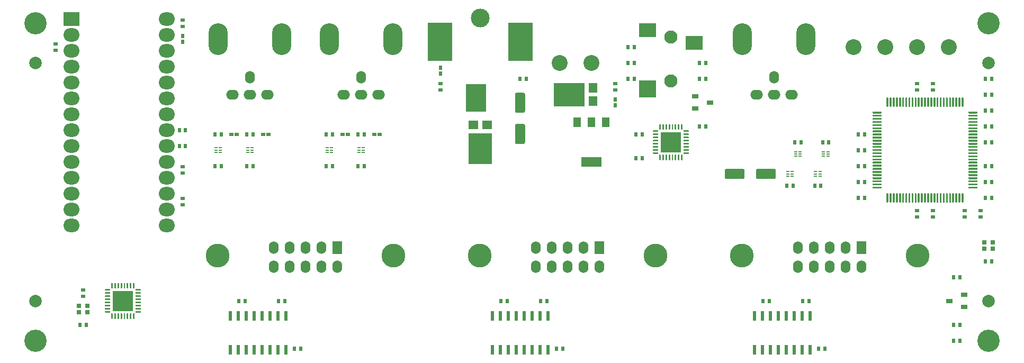
<source format=gts>
%TF.GenerationSoftware,KiCad,Pcbnew,5.1.12*%
%TF.CreationDate,2022-11-03T09:06:30-04:00*%
%TF.ProjectId,mouse_reach_controller,6d6f7573-655f-4726-9561-63685f636f6e,1.2*%
%TF.SameCoordinates,Original*%
%TF.FileFunction,Soldermask,Top*%
%TF.FilePolarity,Negative*%
%FSLAX46Y46*%
G04 Gerber Fmt 4.6, Leading zero omitted, Abs format (unit mm)*
G04 Created by KiCad (PCBNEW 5.1.12) date 2022-11-03 09:06:30*
%MOMM*%
%LPD*%
G01*
G04 APERTURE LIST*
%ADD10R,3.300000X3.300000*%
%ADD11R,0.500000X0.150000*%
%ADD12C,2.000000*%
%ADD13R,0.750000X0.650000*%
%ADD14O,2.540000X2.184400*%
%ADD15R,2.540000X2.184400*%
%ADD16R,0.600000X0.700000*%
%ADD17R,0.700000X0.600000*%
%ADD18R,1.000760X0.701040*%
%ADD19O,2.032000X1.524000*%
%ADD20O,1.524000X2.032000*%
%ADD21O,3.048000X5.080000*%
%ADD22C,3.000000*%
%ADD23R,3.900000X6.200000*%
%ADD24R,3.300000X4.400000*%
%ADD25C,3.810000*%
%ADD26R,1.524000X2.032000*%
%ADD27C,2.540000*%
%ADD28R,3.300000X1.600000*%
%ADD29R,1.200000X1.600000*%
%ADD30R,0.600000X1.550000*%
%ADD31R,0.500000X0.700000*%
%ADD32R,0.700000X0.500000*%
%ADD33R,1.600000X1.440000*%
%ADD34R,3.800000X4.960000*%
%ADD35R,1.440000X1.600000*%
%ADD36R,4.960000X3.800000*%
%ADD37R,2.800000X2.200000*%
%ADD38R,2.800000X2.800000*%
%ADD39C,2.100000*%
%ADD40C,3.556000*%
G04 APERTURE END LIST*
D10*
%TO.C,U1*%
X86360000Y-99060000D03*
G36*
G01*
X84485000Y-96997500D02*
X84485000Y-96247500D01*
G75*
G02*
X84547500Y-96185000I62500J0D01*
G01*
X84672500Y-96185000D01*
G75*
G02*
X84735000Y-96247500I0J-62500D01*
G01*
X84735000Y-96997500D01*
G75*
G02*
X84672500Y-97060000I-62500J0D01*
G01*
X84547500Y-97060000D01*
G75*
G02*
X84485000Y-96997500I0J62500D01*
G01*
G37*
G36*
G01*
X84985000Y-96997500D02*
X84985000Y-96247500D01*
G75*
G02*
X85047500Y-96185000I62500J0D01*
G01*
X85172500Y-96185000D01*
G75*
G02*
X85235000Y-96247500I0J-62500D01*
G01*
X85235000Y-96997500D01*
G75*
G02*
X85172500Y-97060000I-62500J0D01*
G01*
X85047500Y-97060000D01*
G75*
G02*
X84985000Y-96997500I0J62500D01*
G01*
G37*
G36*
G01*
X85485000Y-96997500D02*
X85485000Y-96247500D01*
G75*
G02*
X85547500Y-96185000I62500J0D01*
G01*
X85672500Y-96185000D01*
G75*
G02*
X85735000Y-96247500I0J-62500D01*
G01*
X85735000Y-96997500D01*
G75*
G02*
X85672500Y-97060000I-62500J0D01*
G01*
X85547500Y-97060000D01*
G75*
G02*
X85485000Y-96997500I0J62500D01*
G01*
G37*
G36*
G01*
X85985000Y-96997500D02*
X85985000Y-96247500D01*
G75*
G02*
X86047500Y-96185000I62500J0D01*
G01*
X86172500Y-96185000D01*
G75*
G02*
X86235000Y-96247500I0J-62500D01*
G01*
X86235000Y-96997500D01*
G75*
G02*
X86172500Y-97060000I-62500J0D01*
G01*
X86047500Y-97060000D01*
G75*
G02*
X85985000Y-96997500I0J62500D01*
G01*
G37*
G36*
G01*
X86485000Y-96997500D02*
X86485000Y-96247500D01*
G75*
G02*
X86547500Y-96185000I62500J0D01*
G01*
X86672500Y-96185000D01*
G75*
G02*
X86735000Y-96247500I0J-62500D01*
G01*
X86735000Y-96997500D01*
G75*
G02*
X86672500Y-97060000I-62500J0D01*
G01*
X86547500Y-97060000D01*
G75*
G02*
X86485000Y-96997500I0J62500D01*
G01*
G37*
G36*
G01*
X86985000Y-96997500D02*
X86985000Y-96247500D01*
G75*
G02*
X87047500Y-96185000I62500J0D01*
G01*
X87172500Y-96185000D01*
G75*
G02*
X87235000Y-96247500I0J-62500D01*
G01*
X87235000Y-96997500D01*
G75*
G02*
X87172500Y-97060000I-62500J0D01*
G01*
X87047500Y-97060000D01*
G75*
G02*
X86985000Y-96997500I0J62500D01*
G01*
G37*
G36*
G01*
X87485000Y-96997500D02*
X87485000Y-96247500D01*
G75*
G02*
X87547500Y-96185000I62500J0D01*
G01*
X87672500Y-96185000D01*
G75*
G02*
X87735000Y-96247500I0J-62500D01*
G01*
X87735000Y-96997500D01*
G75*
G02*
X87672500Y-97060000I-62500J0D01*
G01*
X87547500Y-97060000D01*
G75*
G02*
X87485000Y-96997500I0J62500D01*
G01*
G37*
G36*
G01*
X87985000Y-96997500D02*
X87985000Y-96247500D01*
G75*
G02*
X88047500Y-96185000I62500J0D01*
G01*
X88172500Y-96185000D01*
G75*
G02*
X88235000Y-96247500I0J-62500D01*
G01*
X88235000Y-96997500D01*
G75*
G02*
X88172500Y-97060000I-62500J0D01*
G01*
X88047500Y-97060000D01*
G75*
G02*
X87985000Y-96997500I0J62500D01*
G01*
G37*
G36*
G01*
X88360000Y-97372500D02*
X88360000Y-97247500D01*
G75*
G02*
X88422500Y-97185000I62500J0D01*
G01*
X89172500Y-97185000D01*
G75*
G02*
X89235000Y-97247500I0J-62500D01*
G01*
X89235000Y-97372500D01*
G75*
G02*
X89172500Y-97435000I-62500J0D01*
G01*
X88422500Y-97435000D01*
G75*
G02*
X88360000Y-97372500I0J62500D01*
G01*
G37*
G36*
G01*
X88360000Y-97872500D02*
X88360000Y-97747500D01*
G75*
G02*
X88422500Y-97685000I62500J0D01*
G01*
X89172500Y-97685000D01*
G75*
G02*
X89235000Y-97747500I0J-62500D01*
G01*
X89235000Y-97872500D01*
G75*
G02*
X89172500Y-97935000I-62500J0D01*
G01*
X88422500Y-97935000D01*
G75*
G02*
X88360000Y-97872500I0J62500D01*
G01*
G37*
G36*
G01*
X88360000Y-98372500D02*
X88360000Y-98247500D01*
G75*
G02*
X88422500Y-98185000I62500J0D01*
G01*
X89172500Y-98185000D01*
G75*
G02*
X89235000Y-98247500I0J-62500D01*
G01*
X89235000Y-98372500D01*
G75*
G02*
X89172500Y-98435000I-62500J0D01*
G01*
X88422500Y-98435000D01*
G75*
G02*
X88360000Y-98372500I0J62500D01*
G01*
G37*
G36*
G01*
X88360000Y-98872500D02*
X88360000Y-98747500D01*
G75*
G02*
X88422500Y-98685000I62500J0D01*
G01*
X89172500Y-98685000D01*
G75*
G02*
X89235000Y-98747500I0J-62500D01*
G01*
X89235000Y-98872500D01*
G75*
G02*
X89172500Y-98935000I-62500J0D01*
G01*
X88422500Y-98935000D01*
G75*
G02*
X88360000Y-98872500I0J62500D01*
G01*
G37*
G36*
G01*
X88360000Y-99372500D02*
X88360000Y-99247500D01*
G75*
G02*
X88422500Y-99185000I62500J0D01*
G01*
X89172500Y-99185000D01*
G75*
G02*
X89235000Y-99247500I0J-62500D01*
G01*
X89235000Y-99372500D01*
G75*
G02*
X89172500Y-99435000I-62500J0D01*
G01*
X88422500Y-99435000D01*
G75*
G02*
X88360000Y-99372500I0J62500D01*
G01*
G37*
G36*
G01*
X88360000Y-99872500D02*
X88360000Y-99747500D01*
G75*
G02*
X88422500Y-99685000I62500J0D01*
G01*
X89172500Y-99685000D01*
G75*
G02*
X89235000Y-99747500I0J-62500D01*
G01*
X89235000Y-99872500D01*
G75*
G02*
X89172500Y-99935000I-62500J0D01*
G01*
X88422500Y-99935000D01*
G75*
G02*
X88360000Y-99872500I0J62500D01*
G01*
G37*
G36*
G01*
X88360000Y-100372500D02*
X88360000Y-100247500D01*
G75*
G02*
X88422500Y-100185000I62500J0D01*
G01*
X89172500Y-100185000D01*
G75*
G02*
X89235000Y-100247500I0J-62500D01*
G01*
X89235000Y-100372500D01*
G75*
G02*
X89172500Y-100435000I-62500J0D01*
G01*
X88422500Y-100435000D01*
G75*
G02*
X88360000Y-100372500I0J62500D01*
G01*
G37*
G36*
G01*
X88360000Y-100872500D02*
X88360000Y-100747500D01*
G75*
G02*
X88422500Y-100685000I62500J0D01*
G01*
X89172500Y-100685000D01*
G75*
G02*
X89235000Y-100747500I0J-62500D01*
G01*
X89235000Y-100872500D01*
G75*
G02*
X89172500Y-100935000I-62500J0D01*
G01*
X88422500Y-100935000D01*
G75*
G02*
X88360000Y-100872500I0J62500D01*
G01*
G37*
G36*
G01*
X87985000Y-101872500D02*
X87985000Y-101122500D01*
G75*
G02*
X88047500Y-101060000I62500J0D01*
G01*
X88172500Y-101060000D01*
G75*
G02*
X88235000Y-101122500I0J-62500D01*
G01*
X88235000Y-101872500D01*
G75*
G02*
X88172500Y-101935000I-62500J0D01*
G01*
X88047500Y-101935000D01*
G75*
G02*
X87985000Y-101872500I0J62500D01*
G01*
G37*
G36*
G01*
X87485000Y-101872500D02*
X87485000Y-101122500D01*
G75*
G02*
X87547500Y-101060000I62500J0D01*
G01*
X87672500Y-101060000D01*
G75*
G02*
X87735000Y-101122500I0J-62500D01*
G01*
X87735000Y-101872500D01*
G75*
G02*
X87672500Y-101935000I-62500J0D01*
G01*
X87547500Y-101935000D01*
G75*
G02*
X87485000Y-101872500I0J62500D01*
G01*
G37*
G36*
G01*
X86985000Y-101872500D02*
X86985000Y-101122500D01*
G75*
G02*
X87047500Y-101060000I62500J0D01*
G01*
X87172500Y-101060000D01*
G75*
G02*
X87235000Y-101122500I0J-62500D01*
G01*
X87235000Y-101872500D01*
G75*
G02*
X87172500Y-101935000I-62500J0D01*
G01*
X87047500Y-101935000D01*
G75*
G02*
X86985000Y-101872500I0J62500D01*
G01*
G37*
G36*
G01*
X86485000Y-101872500D02*
X86485000Y-101122500D01*
G75*
G02*
X86547500Y-101060000I62500J0D01*
G01*
X86672500Y-101060000D01*
G75*
G02*
X86735000Y-101122500I0J-62500D01*
G01*
X86735000Y-101872500D01*
G75*
G02*
X86672500Y-101935000I-62500J0D01*
G01*
X86547500Y-101935000D01*
G75*
G02*
X86485000Y-101872500I0J62500D01*
G01*
G37*
G36*
G01*
X85985000Y-101872500D02*
X85985000Y-101122500D01*
G75*
G02*
X86047500Y-101060000I62500J0D01*
G01*
X86172500Y-101060000D01*
G75*
G02*
X86235000Y-101122500I0J-62500D01*
G01*
X86235000Y-101872500D01*
G75*
G02*
X86172500Y-101935000I-62500J0D01*
G01*
X86047500Y-101935000D01*
G75*
G02*
X85985000Y-101872500I0J62500D01*
G01*
G37*
G36*
G01*
X85485000Y-101872500D02*
X85485000Y-101122500D01*
G75*
G02*
X85547500Y-101060000I62500J0D01*
G01*
X85672500Y-101060000D01*
G75*
G02*
X85735000Y-101122500I0J-62500D01*
G01*
X85735000Y-101872500D01*
G75*
G02*
X85672500Y-101935000I-62500J0D01*
G01*
X85547500Y-101935000D01*
G75*
G02*
X85485000Y-101872500I0J62500D01*
G01*
G37*
G36*
G01*
X84985000Y-101872500D02*
X84985000Y-101122500D01*
G75*
G02*
X85047500Y-101060000I62500J0D01*
G01*
X85172500Y-101060000D01*
G75*
G02*
X85235000Y-101122500I0J-62500D01*
G01*
X85235000Y-101872500D01*
G75*
G02*
X85172500Y-101935000I-62500J0D01*
G01*
X85047500Y-101935000D01*
G75*
G02*
X84985000Y-101872500I0J62500D01*
G01*
G37*
G36*
G01*
X84485000Y-101872500D02*
X84485000Y-101122500D01*
G75*
G02*
X84547500Y-101060000I62500J0D01*
G01*
X84672500Y-101060000D01*
G75*
G02*
X84735000Y-101122500I0J-62500D01*
G01*
X84735000Y-101872500D01*
G75*
G02*
X84672500Y-101935000I-62500J0D01*
G01*
X84547500Y-101935000D01*
G75*
G02*
X84485000Y-101872500I0J62500D01*
G01*
G37*
G36*
G01*
X83485000Y-100872500D02*
X83485000Y-100747500D01*
G75*
G02*
X83547500Y-100685000I62500J0D01*
G01*
X84297500Y-100685000D01*
G75*
G02*
X84360000Y-100747500I0J-62500D01*
G01*
X84360000Y-100872500D01*
G75*
G02*
X84297500Y-100935000I-62500J0D01*
G01*
X83547500Y-100935000D01*
G75*
G02*
X83485000Y-100872500I0J62500D01*
G01*
G37*
G36*
G01*
X83485000Y-100372500D02*
X83485000Y-100247500D01*
G75*
G02*
X83547500Y-100185000I62500J0D01*
G01*
X84297500Y-100185000D01*
G75*
G02*
X84360000Y-100247500I0J-62500D01*
G01*
X84360000Y-100372500D01*
G75*
G02*
X84297500Y-100435000I-62500J0D01*
G01*
X83547500Y-100435000D01*
G75*
G02*
X83485000Y-100372500I0J62500D01*
G01*
G37*
G36*
G01*
X83485000Y-99872500D02*
X83485000Y-99747500D01*
G75*
G02*
X83547500Y-99685000I62500J0D01*
G01*
X84297500Y-99685000D01*
G75*
G02*
X84360000Y-99747500I0J-62500D01*
G01*
X84360000Y-99872500D01*
G75*
G02*
X84297500Y-99935000I-62500J0D01*
G01*
X83547500Y-99935000D01*
G75*
G02*
X83485000Y-99872500I0J62500D01*
G01*
G37*
G36*
G01*
X83485000Y-99372500D02*
X83485000Y-99247500D01*
G75*
G02*
X83547500Y-99185000I62500J0D01*
G01*
X84297500Y-99185000D01*
G75*
G02*
X84360000Y-99247500I0J-62500D01*
G01*
X84360000Y-99372500D01*
G75*
G02*
X84297500Y-99435000I-62500J0D01*
G01*
X83547500Y-99435000D01*
G75*
G02*
X83485000Y-99372500I0J62500D01*
G01*
G37*
G36*
G01*
X83485000Y-98872500D02*
X83485000Y-98747500D01*
G75*
G02*
X83547500Y-98685000I62500J0D01*
G01*
X84297500Y-98685000D01*
G75*
G02*
X84360000Y-98747500I0J-62500D01*
G01*
X84360000Y-98872500D01*
G75*
G02*
X84297500Y-98935000I-62500J0D01*
G01*
X83547500Y-98935000D01*
G75*
G02*
X83485000Y-98872500I0J62500D01*
G01*
G37*
G36*
G01*
X83485000Y-98372500D02*
X83485000Y-98247500D01*
G75*
G02*
X83547500Y-98185000I62500J0D01*
G01*
X84297500Y-98185000D01*
G75*
G02*
X84360000Y-98247500I0J-62500D01*
G01*
X84360000Y-98372500D01*
G75*
G02*
X84297500Y-98435000I-62500J0D01*
G01*
X83547500Y-98435000D01*
G75*
G02*
X83485000Y-98372500I0J62500D01*
G01*
G37*
G36*
G01*
X83485000Y-97872500D02*
X83485000Y-97747500D01*
G75*
G02*
X83547500Y-97685000I62500J0D01*
G01*
X84297500Y-97685000D01*
G75*
G02*
X84360000Y-97747500I0J-62500D01*
G01*
X84360000Y-97872500D01*
G75*
G02*
X84297500Y-97935000I-62500J0D01*
G01*
X83547500Y-97935000D01*
G75*
G02*
X83485000Y-97872500I0J62500D01*
G01*
G37*
G36*
G01*
X83485000Y-97372500D02*
X83485000Y-97247500D01*
G75*
G02*
X83547500Y-97185000I62500J0D01*
G01*
X84297500Y-97185000D01*
G75*
G02*
X84360000Y-97247500I0J-62500D01*
G01*
X84360000Y-97372500D01*
G75*
G02*
X84297500Y-97435000I-62500J0D01*
G01*
X83547500Y-97435000D01*
G75*
G02*
X83485000Y-97372500I0J62500D01*
G01*
G37*
%TD*%
%TO.C,U10*%
X173990000Y-73660000D03*
G36*
G01*
X176052500Y-71785000D02*
X176802500Y-71785000D01*
G75*
G02*
X176865000Y-71847500I0J-62500D01*
G01*
X176865000Y-71972500D01*
G75*
G02*
X176802500Y-72035000I-62500J0D01*
G01*
X176052500Y-72035000D01*
G75*
G02*
X175990000Y-71972500I0J62500D01*
G01*
X175990000Y-71847500D01*
G75*
G02*
X176052500Y-71785000I62500J0D01*
G01*
G37*
G36*
G01*
X176052500Y-72285000D02*
X176802500Y-72285000D01*
G75*
G02*
X176865000Y-72347500I0J-62500D01*
G01*
X176865000Y-72472500D01*
G75*
G02*
X176802500Y-72535000I-62500J0D01*
G01*
X176052500Y-72535000D01*
G75*
G02*
X175990000Y-72472500I0J62500D01*
G01*
X175990000Y-72347500D01*
G75*
G02*
X176052500Y-72285000I62500J0D01*
G01*
G37*
G36*
G01*
X176052500Y-72785000D02*
X176802500Y-72785000D01*
G75*
G02*
X176865000Y-72847500I0J-62500D01*
G01*
X176865000Y-72972500D01*
G75*
G02*
X176802500Y-73035000I-62500J0D01*
G01*
X176052500Y-73035000D01*
G75*
G02*
X175990000Y-72972500I0J62500D01*
G01*
X175990000Y-72847500D01*
G75*
G02*
X176052500Y-72785000I62500J0D01*
G01*
G37*
G36*
G01*
X176052500Y-73285000D02*
X176802500Y-73285000D01*
G75*
G02*
X176865000Y-73347500I0J-62500D01*
G01*
X176865000Y-73472500D01*
G75*
G02*
X176802500Y-73535000I-62500J0D01*
G01*
X176052500Y-73535000D01*
G75*
G02*
X175990000Y-73472500I0J62500D01*
G01*
X175990000Y-73347500D01*
G75*
G02*
X176052500Y-73285000I62500J0D01*
G01*
G37*
G36*
G01*
X176052500Y-73785000D02*
X176802500Y-73785000D01*
G75*
G02*
X176865000Y-73847500I0J-62500D01*
G01*
X176865000Y-73972500D01*
G75*
G02*
X176802500Y-74035000I-62500J0D01*
G01*
X176052500Y-74035000D01*
G75*
G02*
X175990000Y-73972500I0J62500D01*
G01*
X175990000Y-73847500D01*
G75*
G02*
X176052500Y-73785000I62500J0D01*
G01*
G37*
G36*
G01*
X176052500Y-74285000D02*
X176802500Y-74285000D01*
G75*
G02*
X176865000Y-74347500I0J-62500D01*
G01*
X176865000Y-74472500D01*
G75*
G02*
X176802500Y-74535000I-62500J0D01*
G01*
X176052500Y-74535000D01*
G75*
G02*
X175990000Y-74472500I0J62500D01*
G01*
X175990000Y-74347500D01*
G75*
G02*
X176052500Y-74285000I62500J0D01*
G01*
G37*
G36*
G01*
X176052500Y-74785000D02*
X176802500Y-74785000D01*
G75*
G02*
X176865000Y-74847500I0J-62500D01*
G01*
X176865000Y-74972500D01*
G75*
G02*
X176802500Y-75035000I-62500J0D01*
G01*
X176052500Y-75035000D01*
G75*
G02*
X175990000Y-74972500I0J62500D01*
G01*
X175990000Y-74847500D01*
G75*
G02*
X176052500Y-74785000I62500J0D01*
G01*
G37*
G36*
G01*
X176052500Y-75285000D02*
X176802500Y-75285000D01*
G75*
G02*
X176865000Y-75347500I0J-62500D01*
G01*
X176865000Y-75472500D01*
G75*
G02*
X176802500Y-75535000I-62500J0D01*
G01*
X176052500Y-75535000D01*
G75*
G02*
X175990000Y-75472500I0J62500D01*
G01*
X175990000Y-75347500D01*
G75*
G02*
X176052500Y-75285000I62500J0D01*
G01*
G37*
G36*
G01*
X175677500Y-75660000D02*
X175802500Y-75660000D01*
G75*
G02*
X175865000Y-75722500I0J-62500D01*
G01*
X175865000Y-76472500D01*
G75*
G02*
X175802500Y-76535000I-62500J0D01*
G01*
X175677500Y-76535000D01*
G75*
G02*
X175615000Y-76472500I0J62500D01*
G01*
X175615000Y-75722500D01*
G75*
G02*
X175677500Y-75660000I62500J0D01*
G01*
G37*
G36*
G01*
X175177500Y-75660000D02*
X175302500Y-75660000D01*
G75*
G02*
X175365000Y-75722500I0J-62500D01*
G01*
X175365000Y-76472500D01*
G75*
G02*
X175302500Y-76535000I-62500J0D01*
G01*
X175177500Y-76535000D01*
G75*
G02*
X175115000Y-76472500I0J62500D01*
G01*
X175115000Y-75722500D01*
G75*
G02*
X175177500Y-75660000I62500J0D01*
G01*
G37*
G36*
G01*
X174677500Y-75660000D02*
X174802500Y-75660000D01*
G75*
G02*
X174865000Y-75722500I0J-62500D01*
G01*
X174865000Y-76472500D01*
G75*
G02*
X174802500Y-76535000I-62500J0D01*
G01*
X174677500Y-76535000D01*
G75*
G02*
X174615000Y-76472500I0J62500D01*
G01*
X174615000Y-75722500D01*
G75*
G02*
X174677500Y-75660000I62500J0D01*
G01*
G37*
G36*
G01*
X174177500Y-75660000D02*
X174302500Y-75660000D01*
G75*
G02*
X174365000Y-75722500I0J-62500D01*
G01*
X174365000Y-76472500D01*
G75*
G02*
X174302500Y-76535000I-62500J0D01*
G01*
X174177500Y-76535000D01*
G75*
G02*
X174115000Y-76472500I0J62500D01*
G01*
X174115000Y-75722500D01*
G75*
G02*
X174177500Y-75660000I62500J0D01*
G01*
G37*
G36*
G01*
X173677500Y-75660000D02*
X173802500Y-75660000D01*
G75*
G02*
X173865000Y-75722500I0J-62500D01*
G01*
X173865000Y-76472500D01*
G75*
G02*
X173802500Y-76535000I-62500J0D01*
G01*
X173677500Y-76535000D01*
G75*
G02*
X173615000Y-76472500I0J62500D01*
G01*
X173615000Y-75722500D01*
G75*
G02*
X173677500Y-75660000I62500J0D01*
G01*
G37*
G36*
G01*
X173177500Y-75660000D02*
X173302500Y-75660000D01*
G75*
G02*
X173365000Y-75722500I0J-62500D01*
G01*
X173365000Y-76472500D01*
G75*
G02*
X173302500Y-76535000I-62500J0D01*
G01*
X173177500Y-76535000D01*
G75*
G02*
X173115000Y-76472500I0J62500D01*
G01*
X173115000Y-75722500D01*
G75*
G02*
X173177500Y-75660000I62500J0D01*
G01*
G37*
G36*
G01*
X172677500Y-75660000D02*
X172802500Y-75660000D01*
G75*
G02*
X172865000Y-75722500I0J-62500D01*
G01*
X172865000Y-76472500D01*
G75*
G02*
X172802500Y-76535000I-62500J0D01*
G01*
X172677500Y-76535000D01*
G75*
G02*
X172615000Y-76472500I0J62500D01*
G01*
X172615000Y-75722500D01*
G75*
G02*
X172677500Y-75660000I62500J0D01*
G01*
G37*
G36*
G01*
X172177500Y-75660000D02*
X172302500Y-75660000D01*
G75*
G02*
X172365000Y-75722500I0J-62500D01*
G01*
X172365000Y-76472500D01*
G75*
G02*
X172302500Y-76535000I-62500J0D01*
G01*
X172177500Y-76535000D01*
G75*
G02*
X172115000Y-76472500I0J62500D01*
G01*
X172115000Y-75722500D01*
G75*
G02*
X172177500Y-75660000I62500J0D01*
G01*
G37*
G36*
G01*
X171177500Y-75285000D02*
X171927500Y-75285000D01*
G75*
G02*
X171990000Y-75347500I0J-62500D01*
G01*
X171990000Y-75472500D01*
G75*
G02*
X171927500Y-75535000I-62500J0D01*
G01*
X171177500Y-75535000D01*
G75*
G02*
X171115000Y-75472500I0J62500D01*
G01*
X171115000Y-75347500D01*
G75*
G02*
X171177500Y-75285000I62500J0D01*
G01*
G37*
G36*
G01*
X171177500Y-74785000D02*
X171927500Y-74785000D01*
G75*
G02*
X171990000Y-74847500I0J-62500D01*
G01*
X171990000Y-74972500D01*
G75*
G02*
X171927500Y-75035000I-62500J0D01*
G01*
X171177500Y-75035000D01*
G75*
G02*
X171115000Y-74972500I0J62500D01*
G01*
X171115000Y-74847500D01*
G75*
G02*
X171177500Y-74785000I62500J0D01*
G01*
G37*
G36*
G01*
X171177500Y-74285000D02*
X171927500Y-74285000D01*
G75*
G02*
X171990000Y-74347500I0J-62500D01*
G01*
X171990000Y-74472500D01*
G75*
G02*
X171927500Y-74535000I-62500J0D01*
G01*
X171177500Y-74535000D01*
G75*
G02*
X171115000Y-74472500I0J62500D01*
G01*
X171115000Y-74347500D01*
G75*
G02*
X171177500Y-74285000I62500J0D01*
G01*
G37*
G36*
G01*
X171177500Y-73785000D02*
X171927500Y-73785000D01*
G75*
G02*
X171990000Y-73847500I0J-62500D01*
G01*
X171990000Y-73972500D01*
G75*
G02*
X171927500Y-74035000I-62500J0D01*
G01*
X171177500Y-74035000D01*
G75*
G02*
X171115000Y-73972500I0J62500D01*
G01*
X171115000Y-73847500D01*
G75*
G02*
X171177500Y-73785000I62500J0D01*
G01*
G37*
G36*
G01*
X171177500Y-73285000D02*
X171927500Y-73285000D01*
G75*
G02*
X171990000Y-73347500I0J-62500D01*
G01*
X171990000Y-73472500D01*
G75*
G02*
X171927500Y-73535000I-62500J0D01*
G01*
X171177500Y-73535000D01*
G75*
G02*
X171115000Y-73472500I0J62500D01*
G01*
X171115000Y-73347500D01*
G75*
G02*
X171177500Y-73285000I62500J0D01*
G01*
G37*
G36*
G01*
X171177500Y-72785000D02*
X171927500Y-72785000D01*
G75*
G02*
X171990000Y-72847500I0J-62500D01*
G01*
X171990000Y-72972500D01*
G75*
G02*
X171927500Y-73035000I-62500J0D01*
G01*
X171177500Y-73035000D01*
G75*
G02*
X171115000Y-72972500I0J62500D01*
G01*
X171115000Y-72847500D01*
G75*
G02*
X171177500Y-72785000I62500J0D01*
G01*
G37*
G36*
G01*
X171177500Y-72285000D02*
X171927500Y-72285000D01*
G75*
G02*
X171990000Y-72347500I0J-62500D01*
G01*
X171990000Y-72472500D01*
G75*
G02*
X171927500Y-72535000I-62500J0D01*
G01*
X171177500Y-72535000D01*
G75*
G02*
X171115000Y-72472500I0J62500D01*
G01*
X171115000Y-72347500D01*
G75*
G02*
X171177500Y-72285000I62500J0D01*
G01*
G37*
G36*
G01*
X171177500Y-71785000D02*
X171927500Y-71785000D01*
G75*
G02*
X171990000Y-71847500I0J-62500D01*
G01*
X171990000Y-71972500D01*
G75*
G02*
X171927500Y-72035000I-62500J0D01*
G01*
X171177500Y-72035000D01*
G75*
G02*
X171115000Y-71972500I0J62500D01*
G01*
X171115000Y-71847500D01*
G75*
G02*
X171177500Y-71785000I62500J0D01*
G01*
G37*
G36*
G01*
X172177500Y-70785000D02*
X172302500Y-70785000D01*
G75*
G02*
X172365000Y-70847500I0J-62500D01*
G01*
X172365000Y-71597500D01*
G75*
G02*
X172302500Y-71660000I-62500J0D01*
G01*
X172177500Y-71660000D01*
G75*
G02*
X172115000Y-71597500I0J62500D01*
G01*
X172115000Y-70847500D01*
G75*
G02*
X172177500Y-70785000I62500J0D01*
G01*
G37*
G36*
G01*
X172677500Y-70785000D02*
X172802500Y-70785000D01*
G75*
G02*
X172865000Y-70847500I0J-62500D01*
G01*
X172865000Y-71597500D01*
G75*
G02*
X172802500Y-71660000I-62500J0D01*
G01*
X172677500Y-71660000D01*
G75*
G02*
X172615000Y-71597500I0J62500D01*
G01*
X172615000Y-70847500D01*
G75*
G02*
X172677500Y-70785000I62500J0D01*
G01*
G37*
G36*
G01*
X173177500Y-70785000D02*
X173302500Y-70785000D01*
G75*
G02*
X173365000Y-70847500I0J-62500D01*
G01*
X173365000Y-71597500D01*
G75*
G02*
X173302500Y-71660000I-62500J0D01*
G01*
X173177500Y-71660000D01*
G75*
G02*
X173115000Y-71597500I0J62500D01*
G01*
X173115000Y-70847500D01*
G75*
G02*
X173177500Y-70785000I62500J0D01*
G01*
G37*
G36*
G01*
X173677500Y-70785000D02*
X173802500Y-70785000D01*
G75*
G02*
X173865000Y-70847500I0J-62500D01*
G01*
X173865000Y-71597500D01*
G75*
G02*
X173802500Y-71660000I-62500J0D01*
G01*
X173677500Y-71660000D01*
G75*
G02*
X173615000Y-71597500I0J62500D01*
G01*
X173615000Y-70847500D01*
G75*
G02*
X173677500Y-70785000I62500J0D01*
G01*
G37*
G36*
G01*
X174177500Y-70785000D02*
X174302500Y-70785000D01*
G75*
G02*
X174365000Y-70847500I0J-62500D01*
G01*
X174365000Y-71597500D01*
G75*
G02*
X174302500Y-71660000I-62500J0D01*
G01*
X174177500Y-71660000D01*
G75*
G02*
X174115000Y-71597500I0J62500D01*
G01*
X174115000Y-70847500D01*
G75*
G02*
X174177500Y-70785000I62500J0D01*
G01*
G37*
G36*
G01*
X174677500Y-70785000D02*
X174802500Y-70785000D01*
G75*
G02*
X174865000Y-70847500I0J-62500D01*
G01*
X174865000Y-71597500D01*
G75*
G02*
X174802500Y-71660000I-62500J0D01*
G01*
X174677500Y-71660000D01*
G75*
G02*
X174615000Y-71597500I0J62500D01*
G01*
X174615000Y-70847500D01*
G75*
G02*
X174677500Y-70785000I62500J0D01*
G01*
G37*
G36*
G01*
X175177500Y-70785000D02*
X175302500Y-70785000D01*
G75*
G02*
X175365000Y-70847500I0J-62500D01*
G01*
X175365000Y-71597500D01*
G75*
G02*
X175302500Y-71660000I-62500J0D01*
G01*
X175177500Y-71660000D01*
G75*
G02*
X175115000Y-71597500I0J62500D01*
G01*
X175115000Y-70847500D01*
G75*
G02*
X175177500Y-70785000I62500J0D01*
G01*
G37*
G36*
G01*
X175677500Y-70785000D02*
X175802500Y-70785000D01*
G75*
G02*
X175865000Y-70847500I0J-62500D01*
G01*
X175865000Y-71597500D01*
G75*
G02*
X175802500Y-71660000I-62500J0D01*
G01*
X175677500Y-71660000D01*
G75*
G02*
X175615000Y-71597500I0J62500D01*
G01*
X175615000Y-70847500D01*
G75*
G02*
X175677500Y-70785000I62500J0D01*
G01*
G37*
%TD*%
D11*
%TO.C,U20*%
X124110000Y-74930000D03*
X124110000Y-75280000D03*
X124110000Y-74580000D03*
X124810000Y-74580000D03*
X124810000Y-74930000D03*
X124810000Y-75280000D03*
%TD*%
%TO.C,U19*%
X119030000Y-74930000D03*
X119030000Y-75280000D03*
X119030000Y-74580000D03*
X119730000Y-74580000D03*
X119730000Y-74930000D03*
X119730000Y-75280000D03*
%TD*%
%TO.C,U18*%
X106330000Y-74930000D03*
X106330000Y-75280000D03*
X106330000Y-74580000D03*
X107030000Y-74580000D03*
X107030000Y-74930000D03*
X107030000Y-75280000D03*
%TD*%
%TO.C,U17*%
X101250000Y-74930000D03*
X101250000Y-75280000D03*
X101250000Y-74580000D03*
X101950000Y-74580000D03*
X101950000Y-74930000D03*
X101950000Y-75280000D03*
%TD*%
%TO.C,U16*%
X197135000Y-78740000D03*
X197135000Y-79090000D03*
X197135000Y-78390000D03*
X197835000Y-78390000D03*
X197835000Y-78740000D03*
X197835000Y-79090000D03*
%TD*%
%TO.C,U15*%
X192690000Y-78740000D03*
X192690000Y-79090000D03*
X192690000Y-78390000D03*
X193390000Y-78390000D03*
X193390000Y-78740000D03*
X193390000Y-79090000D03*
%TD*%
%TO.C,U12*%
X199105000Y-75565000D03*
X199105000Y-75215000D03*
X199105000Y-75915000D03*
X198405000Y-75915000D03*
X198405000Y-75565000D03*
X198405000Y-75215000D03*
%TD*%
%TO.C,U13*%
X194660000Y-75565000D03*
X194660000Y-75215000D03*
X194660000Y-75915000D03*
X193960000Y-75915000D03*
X193960000Y-75565000D03*
X193960000Y-75215000D03*
%TD*%
D12*
%TO.C,FID1*%
X72390000Y-60960000D03*
%TD*%
%TO.C,FID2*%
X224790000Y-60960000D03*
%TD*%
%TO.C,FID3*%
X224790000Y-99060000D03*
%TD*%
%TO.C,FID4*%
X72390000Y-99060000D03*
%TD*%
D13*
%TO.C,CLK2*%
X224140000Y-90670000D03*
X225440000Y-90670000D03*
X225440000Y-89670000D03*
X224140000Y-89670000D03*
%TD*%
%TO.C,CLK1*%
X79360000Y-100830000D03*
X80660000Y-100830000D03*
X80660000Y-99830000D03*
X79360000Y-99830000D03*
%TD*%
D14*
%TO.C,TEENSY1*%
X93345000Y-53975000D03*
X93345000Y-56515000D03*
X93345000Y-59055000D03*
X93345000Y-61595000D03*
X93345000Y-64135000D03*
X93345000Y-66675000D03*
X93345000Y-69215000D03*
X93345000Y-71755000D03*
X93345000Y-74295000D03*
X93345000Y-76835000D03*
X93345000Y-79375000D03*
X93345000Y-81915000D03*
X93345000Y-84455000D03*
X93345000Y-86995000D03*
X78105000Y-86995000D03*
X78105000Y-84455000D03*
X78105000Y-81915000D03*
X78105000Y-79375000D03*
X78105000Y-76835000D03*
X78105000Y-74295000D03*
X78105000Y-71755000D03*
X78105000Y-69215000D03*
X78105000Y-66675000D03*
X78105000Y-64135000D03*
X78105000Y-61595000D03*
X78105000Y-59055000D03*
X78105000Y-56515000D03*
D15*
X78105000Y-53975000D03*
%TD*%
D16*
%TO.C,I1*%
X168140000Y-58420000D03*
X167140000Y-58420000D03*
%TD*%
%TO.C,U14*%
G36*
G01*
X208480000Y-67930000D02*
X208480000Y-66605000D01*
G75*
G02*
X208555000Y-66530000I75000J0D01*
G01*
X208705000Y-66530000D01*
G75*
G02*
X208780000Y-66605000I0J-75000D01*
G01*
X208780000Y-67930000D01*
G75*
G02*
X208705000Y-68005000I-75000J0D01*
G01*
X208555000Y-68005000D01*
G75*
G02*
X208480000Y-67930000I0J75000D01*
G01*
G37*
G36*
G01*
X208980000Y-67930000D02*
X208980000Y-66605000D01*
G75*
G02*
X209055000Y-66530000I75000J0D01*
G01*
X209205000Y-66530000D01*
G75*
G02*
X209280000Y-66605000I0J-75000D01*
G01*
X209280000Y-67930000D01*
G75*
G02*
X209205000Y-68005000I-75000J0D01*
G01*
X209055000Y-68005000D01*
G75*
G02*
X208980000Y-67930000I0J75000D01*
G01*
G37*
G36*
G01*
X209480000Y-67930000D02*
X209480000Y-66605000D01*
G75*
G02*
X209555000Y-66530000I75000J0D01*
G01*
X209705000Y-66530000D01*
G75*
G02*
X209780000Y-66605000I0J-75000D01*
G01*
X209780000Y-67930000D01*
G75*
G02*
X209705000Y-68005000I-75000J0D01*
G01*
X209555000Y-68005000D01*
G75*
G02*
X209480000Y-67930000I0J75000D01*
G01*
G37*
G36*
G01*
X209980000Y-67930000D02*
X209980000Y-66605000D01*
G75*
G02*
X210055000Y-66530000I75000J0D01*
G01*
X210205000Y-66530000D01*
G75*
G02*
X210280000Y-66605000I0J-75000D01*
G01*
X210280000Y-67930000D01*
G75*
G02*
X210205000Y-68005000I-75000J0D01*
G01*
X210055000Y-68005000D01*
G75*
G02*
X209980000Y-67930000I0J75000D01*
G01*
G37*
G36*
G01*
X210480000Y-67930000D02*
X210480000Y-66605000D01*
G75*
G02*
X210555000Y-66530000I75000J0D01*
G01*
X210705000Y-66530000D01*
G75*
G02*
X210780000Y-66605000I0J-75000D01*
G01*
X210780000Y-67930000D01*
G75*
G02*
X210705000Y-68005000I-75000J0D01*
G01*
X210555000Y-68005000D01*
G75*
G02*
X210480000Y-67930000I0J75000D01*
G01*
G37*
G36*
G01*
X210980000Y-67930000D02*
X210980000Y-66605000D01*
G75*
G02*
X211055000Y-66530000I75000J0D01*
G01*
X211205000Y-66530000D01*
G75*
G02*
X211280000Y-66605000I0J-75000D01*
G01*
X211280000Y-67930000D01*
G75*
G02*
X211205000Y-68005000I-75000J0D01*
G01*
X211055000Y-68005000D01*
G75*
G02*
X210980000Y-67930000I0J75000D01*
G01*
G37*
G36*
G01*
X211480000Y-67930000D02*
X211480000Y-66605000D01*
G75*
G02*
X211555000Y-66530000I75000J0D01*
G01*
X211705000Y-66530000D01*
G75*
G02*
X211780000Y-66605000I0J-75000D01*
G01*
X211780000Y-67930000D01*
G75*
G02*
X211705000Y-68005000I-75000J0D01*
G01*
X211555000Y-68005000D01*
G75*
G02*
X211480000Y-67930000I0J75000D01*
G01*
G37*
G36*
G01*
X211980000Y-67930000D02*
X211980000Y-66605000D01*
G75*
G02*
X212055000Y-66530000I75000J0D01*
G01*
X212205000Y-66530000D01*
G75*
G02*
X212280000Y-66605000I0J-75000D01*
G01*
X212280000Y-67930000D01*
G75*
G02*
X212205000Y-68005000I-75000J0D01*
G01*
X212055000Y-68005000D01*
G75*
G02*
X211980000Y-67930000I0J75000D01*
G01*
G37*
G36*
G01*
X212480000Y-67930000D02*
X212480000Y-66605000D01*
G75*
G02*
X212555000Y-66530000I75000J0D01*
G01*
X212705000Y-66530000D01*
G75*
G02*
X212780000Y-66605000I0J-75000D01*
G01*
X212780000Y-67930000D01*
G75*
G02*
X212705000Y-68005000I-75000J0D01*
G01*
X212555000Y-68005000D01*
G75*
G02*
X212480000Y-67930000I0J75000D01*
G01*
G37*
G36*
G01*
X212980000Y-67930000D02*
X212980000Y-66605000D01*
G75*
G02*
X213055000Y-66530000I75000J0D01*
G01*
X213205000Y-66530000D01*
G75*
G02*
X213280000Y-66605000I0J-75000D01*
G01*
X213280000Y-67930000D01*
G75*
G02*
X213205000Y-68005000I-75000J0D01*
G01*
X213055000Y-68005000D01*
G75*
G02*
X212980000Y-67930000I0J75000D01*
G01*
G37*
G36*
G01*
X213480000Y-67930000D02*
X213480000Y-66605000D01*
G75*
G02*
X213555000Y-66530000I75000J0D01*
G01*
X213705000Y-66530000D01*
G75*
G02*
X213780000Y-66605000I0J-75000D01*
G01*
X213780000Y-67930000D01*
G75*
G02*
X213705000Y-68005000I-75000J0D01*
G01*
X213555000Y-68005000D01*
G75*
G02*
X213480000Y-67930000I0J75000D01*
G01*
G37*
G36*
G01*
X213980000Y-67930000D02*
X213980000Y-66605000D01*
G75*
G02*
X214055000Y-66530000I75000J0D01*
G01*
X214205000Y-66530000D01*
G75*
G02*
X214280000Y-66605000I0J-75000D01*
G01*
X214280000Y-67930000D01*
G75*
G02*
X214205000Y-68005000I-75000J0D01*
G01*
X214055000Y-68005000D01*
G75*
G02*
X213980000Y-67930000I0J75000D01*
G01*
G37*
G36*
G01*
X214480000Y-67930000D02*
X214480000Y-66605000D01*
G75*
G02*
X214555000Y-66530000I75000J0D01*
G01*
X214705000Y-66530000D01*
G75*
G02*
X214780000Y-66605000I0J-75000D01*
G01*
X214780000Y-67930000D01*
G75*
G02*
X214705000Y-68005000I-75000J0D01*
G01*
X214555000Y-68005000D01*
G75*
G02*
X214480000Y-67930000I0J75000D01*
G01*
G37*
G36*
G01*
X214980000Y-67930000D02*
X214980000Y-66605000D01*
G75*
G02*
X215055000Y-66530000I75000J0D01*
G01*
X215205000Y-66530000D01*
G75*
G02*
X215280000Y-66605000I0J-75000D01*
G01*
X215280000Y-67930000D01*
G75*
G02*
X215205000Y-68005000I-75000J0D01*
G01*
X215055000Y-68005000D01*
G75*
G02*
X214980000Y-67930000I0J75000D01*
G01*
G37*
G36*
G01*
X215480000Y-67930000D02*
X215480000Y-66605000D01*
G75*
G02*
X215555000Y-66530000I75000J0D01*
G01*
X215705000Y-66530000D01*
G75*
G02*
X215780000Y-66605000I0J-75000D01*
G01*
X215780000Y-67930000D01*
G75*
G02*
X215705000Y-68005000I-75000J0D01*
G01*
X215555000Y-68005000D01*
G75*
G02*
X215480000Y-67930000I0J75000D01*
G01*
G37*
G36*
G01*
X215980000Y-67930000D02*
X215980000Y-66605000D01*
G75*
G02*
X216055000Y-66530000I75000J0D01*
G01*
X216205000Y-66530000D01*
G75*
G02*
X216280000Y-66605000I0J-75000D01*
G01*
X216280000Y-67930000D01*
G75*
G02*
X216205000Y-68005000I-75000J0D01*
G01*
X216055000Y-68005000D01*
G75*
G02*
X215980000Y-67930000I0J75000D01*
G01*
G37*
G36*
G01*
X216480000Y-67930000D02*
X216480000Y-66605000D01*
G75*
G02*
X216555000Y-66530000I75000J0D01*
G01*
X216705000Y-66530000D01*
G75*
G02*
X216780000Y-66605000I0J-75000D01*
G01*
X216780000Y-67930000D01*
G75*
G02*
X216705000Y-68005000I-75000J0D01*
G01*
X216555000Y-68005000D01*
G75*
G02*
X216480000Y-67930000I0J75000D01*
G01*
G37*
G36*
G01*
X216980000Y-67930000D02*
X216980000Y-66605000D01*
G75*
G02*
X217055000Y-66530000I75000J0D01*
G01*
X217205000Y-66530000D01*
G75*
G02*
X217280000Y-66605000I0J-75000D01*
G01*
X217280000Y-67930000D01*
G75*
G02*
X217205000Y-68005000I-75000J0D01*
G01*
X217055000Y-68005000D01*
G75*
G02*
X216980000Y-67930000I0J75000D01*
G01*
G37*
G36*
G01*
X217480000Y-67930000D02*
X217480000Y-66605000D01*
G75*
G02*
X217555000Y-66530000I75000J0D01*
G01*
X217705000Y-66530000D01*
G75*
G02*
X217780000Y-66605000I0J-75000D01*
G01*
X217780000Y-67930000D01*
G75*
G02*
X217705000Y-68005000I-75000J0D01*
G01*
X217555000Y-68005000D01*
G75*
G02*
X217480000Y-67930000I0J75000D01*
G01*
G37*
G36*
G01*
X217980000Y-67930000D02*
X217980000Y-66605000D01*
G75*
G02*
X218055000Y-66530000I75000J0D01*
G01*
X218205000Y-66530000D01*
G75*
G02*
X218280000Y-66605000I0J-75000D01*
G01*
X218280000Y-67930000D01*
G75*
G02*
X218205000Y-68005000I-75000J0D01*
G01*
X218055000Y-68005000D01*
G75*
G02*
X217980000Y-67930000I0J75000D01*
G01*
G37*
G36*
G01*
X218480000Y-67930000D02*
X218480000Y-66605000D01*
G75*
G02*
X218555000Y-66530000I75000J0D01*
G01*
X218705000Y-66530000D01*
G75*
G02*
X218780000Y-66605000I0J-75000D01*
G01*
X218780000Y-67930000D01*
G75*
G02*
X218705000Y-68005000I-75000J0D01*
G01*
X218555000Y-68005000D01*
G75*
G02*
X218480000Y-67930000I0J75000D01*
G01*
G37*
G36*
G01*
X218980000Y-67930000D02*
X218980000Y-66605000D01*
G75*
G02*
X219055000Y-66530000I75000J0D01*
G01*
X219205000Y-66530000D01*
G75*
G02*
X219280000Y-66605000I0J-75000D01*
G01*
X219280000Y-67930000D01*
G75*
G02*
X219205000Y-68005000I-75000J0D01*
G01*
X219055000Y-68005000D01*
G75*
G02*
X218980000Y-67930000I0J75000D01*
G01*
G37*
G36*
G01*
X219480000Y-67930000D02*
X219480000Y-66605000D01*
G75*
G02*
X219555000Y-66530000I75000J0D01*
G01*
X219705000Y-66530000D01*
G75*
G02*
X219780000Y-66605000I0J-75000D01*
G01*
X219780000Y-67930000D01*
G75*
G02*
X219705000Y-68005000I-75000J0D01*
G01*
X219555000Y-68005000D01*
G75*
G02*
X219480000Y-67930000I0J75000D01*
G01*
G37*
G36*
G01*
X219980000Y-67930000D02*
X219980000Y-66605000D01*
G75*
G02*
X220055000Y-66530000I75000J0D01*
G01*
X220205000Y-66530000D01*
G75*
G02*
X220280000Y-66605000I0J-75000D01*
G01*
X220280000Y-67930000D01*
G75*
G02*
X220205000Y-68005000I-75000J0D01*
G01*
X220055000Y-68005000D01*
G75*
G02*
X219980000Y-67930000I0J75000D01*
G01*
G37*
G36*
G01*
X220480000Y-67930000D02*
X220480000Y-66605000D01*
G75*
G02*
X220555000Y-66530000I75000J0D01*
G01*
X220705000Y-66530000D01*
G75*
G02*
X220780000Y-66605000I0J-75000D01*
G01*
X220780000Y-67930000D01*
G75*
G02*
X220705000Y-68005000I-75000J0D01*
G01*
X220555000Y-68005000D01*
G75*
G02*
X220480000Y-67930000I0J75000D01*
G01*
G37*
G36*
G01*
X221555000Y-69005000D02*
X221555000Y-68855000D01*
G75*
G02*
X221630000Y-68780000I75000J0D01*
G01*
X222955000Y-68780000D01*
G75*
G02*
X223030000Y-68855000I0J-75000D01*
G01*
X223030000Y-69005000D01*
G75*
G02*
X222955000Y-69080000I-75000J0D01*
G01*
X221630000Y-69080000D01*
G75*
G02*
X221555000Y-69005000I0J75000D01*
G01*
G37*
G36*
G01*
X221555000Y-69505000D02*
X221555000Y-69355000D01*
G75*
G02*
X221630000Y-69280000I75000J0D01*
G01*
X222955000Y-69280000D01*
G75*
G02*
X223030000Y-69355000I0J-75000D01*
G01*
X223030000Y-69505000D01*
G75*
G02*
X222955000Y-69580000I-75000J0D01*
G01*
X221630000Y-69580000D01*
G75*
G02*
X221555000Y-69505000I0J75000D01*
G01*
G37*
G36*
G01*
X221555000Y-70005000D02*
X221555000Y-69855000D01*
G75*
G02*
X221630000Y-69780000I75000J0D01*
G01*
X222955000Y-69780000D01*
G75*
G02*
X223030000Y-69855000I0J-75000D01*
G01*
X223030000Y-70005000D01*
G75*
G02*
X222955000Y-70080000I-75000J0D01*
G01*
X221630000Y-70080000D01*
G75*
G02*
X221555000Y-70005000I0J75000D01*
G01*
G37*
G36*
G01*
X221555000Y-70505000D02*
X221555000Y-70355000D01*
G75*
G02*
X221630000Y-70280000I75000J0D01*
G01*
X222955000Y-70280000D01*
G75*
G02*
X223030000Y-70355000I0J-75000D01*
G01*
X223030000Y-70505000D01*
G75*
G02*
X222955000Y-70580000I-75000J0D01*
G01*
X221630000Y-70580000D01*
G75*
G02*
X221555000Y-70505000I0J75000D01*
G01*
G37*
G36*
G01*
X221555000Y-71005000D02*
X221555000Y-70855000D01*
G75*
G02*
X221630000Y-70780000I75000J0D01*
G01*
X222955000Y-70780000D01*
G75*
G02*
X223030000Y-70855000I0J-75000D01*
G01*
X223030000Y-71005000D01*
G75*
G02*
X222955000Y-71080000I-75000J0D01*
G01*
X221630000Y-71080000D01*
G75*
G02*
X221555000Y-71005000I0J75000D01*
G01*
G37*
G36*
G01*
X221555000Y-71505000D02*
X221555000Y-71355000D01*
G75*
G02*
X221630000Y-71280000I75000J0D01*
G01*
X222955000Y-71280000D01*
G75*
G02*
X223030000Y-71355000I0J-75000D01*
G01*
X223030000Y-71505000D01*
G75*
G02*
X222955000Y-71580000I-75000J0D01*
G01*
X221630000Y-71580000D01*
G75*
G02*
X221555000Y-71505000I0J75000D01*
G01*
G37*
G36*
G01*
X221555000Y-72005000D02*
X221555000Y-71855000D01*
G75*
G02*
X221630000Y-71780000I75000J0D01*
G01*
X222955000Y-71780000D01*
G75*
G02*
X223030000Y-71855000I0J-75000D01*
G01*
X223030000Y-72005000D01*
G75*
G02*
X222955000Y-72080000I-75000J0D01*
G01*
X221630000Y-72080000D01*
G75*
G02*
X221555000Y-72005000I0J75000D01*
G01*
G37*
G36*
G01*
X221555000Y-72505000D02*
X221555000Y-72355000D01*
G75*
G02*
X221630000Y-72280000I75000J0D01*
G01*
X222955000Y-72280000D01*
G75*
G02*
X223030000Y-72355000I0J-75000D01*
G01*
X223030000Y-72505000D01*
G75*
G02*
X222955000Y-72580000I-75000J0D01*
G01*
X221630000Y-72580000D01*
G75*
G02*
X221555000Y-72505000I0J75000D01*
G01*
G37*
G36*
G01*
X221555000Y-73005000D02*
X221555000Y-72855000D01*
G75*
G02*
X221630000Y-72780000I75000J0D01*
G01*
X222955000Y-72780000D01*
G75*
G02*
X223030000Y-72855000I0J-75000D01*
G01*
X223030000Y-73005000D01*
G75*
G02*
X222955000Y-73080000I-75000J0D01*
G01*
X221630000Y-73080000D01*
G75*
G02*
X221555000Y-73005000I0J75000D01*
G01*
G37*
G36*
G01*
X221555000Y-73505000D02*
X221555000Y-73355000D01*
G75*
G02*
X221630000Y-73280000I75000J0D01*
G01*
X222955000Y-73280000D01*
G75*
G02*
X223030000Y-73355000I0J-75000D01*
G01*
X223030000Y-73505000D01*
G75*
G02*
X222955000Y-73580000I-75000J0D01*
G01*
X221630000Y-73580000D01*
G75*
G02*
X221555000Y-73505000I0J75000D01*
G01*
G37*
G36*
G01*
X221555000Y-74005000D02*
X221555000Y-73855000D01*
G75*
G02*
X221630000Y-73780000I75000J0D01*
G01*
X222955000Y-73780000D01*
G75*
G02*
X223030000Y-73855000I0J-75000D01*
G01*
X223030000Y-74005000D01*
G75*
G02*
X222955000Y-74080000I-75000J0D01*
G01*
X221630000Y-74080000D01*
G75*
G02*
X221555000Y-74005000I0J75000D01*
G01*
G37*
G36*
G01*
X221555000Y-74505000D02*
X221555000Y-74355000D01*
G75*
G02*
X221630000Y-74280000I75000J0D01*
G01*
X222955000Y-74280000D01*
G75*
G02*
X223030000Y-74355000I0J-75000D01*
G01*
X223030000Y-74505000D01*
G75*
G02*
X222955000Y-74580000I-75000J0D01*
G01*
X221630000Y-74580000D01*
G75*
G02*
X221555000Y-74505000I0J75000D01*
G01*
G37*
G36*
G01*
X221555000Y-75005000D02*
X221555000Y-74855000D01*
G75*
G02*
X221630000Y-74780000I75000J0D01*
G01*
X222955000Y-74780000D01*
G75*
G02*
X223030000Y-74855000I0J-75000D01*
G01*
X223030000Y-75005000D01*
G75*
G02*
X222955000Y-75080000I-75000J0D01*
G01*
X221630000Y-75080000D01*
G75*
G02*
X221555000Y-75005000I0J75000D01*
G01*
G37*
G36*
G01*
X221555000Y-75505000D02*
X221555000Y-75355000D01*
G75*
G02*
X221630000Y-75280000I75000J0D01*
G01*
X222955000Y-75280000D01*
G75*
G02*
X223030000Y-75355000I0J-75000D01*
G01*
X223030000Y-75505000D01*
G75*
G02*
X222955000Y-75580000I-75000J0D01*
G01*
X221630000Y-75580000D01*
G75*
G02*
X221555000Y-75505000I0J75000D01*
G01*
G37*
G36*
G01*
X221555000Y-76005000D02*
X221555000Y-75855000D01*
G75*
G02*
X221630000Y-75780000I75000J0D01*
G01*
X222955000Y-75780000D01*
G75*
G02*
X223030000Y-75855000I0J-75000D01*
G01*
X223030000Y-76005000D01*
G75*
G02*
X222955000Y-76080000I-75000J0D01*
G01*
X221630000Y-76080000D01*
G75*
G02*
X221555000Y-76005000I0J75000D01*
G01*
G37*
G36*
G01*
X221555000Y-76505000D02*
X221555000Y-76355000D01*
G75*
G02*
X221630000Y-76280000I75000J0D01*
G01*
X222955000Y-76280000D01*
G75*
G02*
X223030000Y-76355000I0J-75000D01*
G01*
X223030000Y-76505000D01*
G75*
G02*
X222955000Y-76580000I-75000J0D01*
G01*
X221630000Y-76580000D01*
G75*
G02*
X221555000Y-76505000I0J75000D01*
G01*
G37*
G36*
G01*
X221555000Y-77005000D02*
X221555000Y-76855000D01*
G75*
G02*
X221630000Y-76780000I75000J0D01*
G01*
X222955000Y-76780000D01*
G75*
G02*
X223030000Y-76855000I0J-75000D01*
G01*
X223030000Y-77005000D01*
G75*
G02*
X222955000Y-77080000I-75000J0D01*
G01*
X221630000Y-77080000D01*
G75*
G02*
X221555000Y-77005000I0J75000D01*
G01*
G37*
G36*
G01*
X221555000Y-77505000D02*
X221555000Y-77355000D01*
G75*
G02*
X221630000Y-77280000I75000J0D01*
G01*
X222955000Y-77280000D01*
G75*
G02*
X223030000Y-77355000I0J-75000D01*
G01*
X223030000Y-77505000D01*
G75*
G02*
X222955000Y-77580000I-75000J0D01*
G01*
X221630000Y-77580000D01*
G75*
G02*
X221555000Y-77505000I0J75000D01*
G01*
G37*
G36*
G01*
X221555000Y-78005000D02*
X221555000Y-77855000D01*
G75*
G02*
X221630000Y-77780000I75000J0D01*
G01*
X222955000Y-77780000D01*
G75*
G02*
X223030000Y-77855000I0J-75000D01*
G01*
X223030000Y-78005000D01*
G75*
G02*
X222955000Y-78080000I-75000J0D01*
G01*
X221630000Y-78080000D01*
G75*
G02*
X221555000Y-78005000I0J75000D01*
G01*
G37*
G36*
G01*
X221555000Y-78505000D02*
X221555000Y-78355000D01*
G75*
G02*
X221630000Y-78280000I75000J0D01*
G01*
X222955000Y-78280000D01*
G75*
G02*
X223030000Y-78355000I0J-75000D01*
G01*
X223030000Y-78505000D01*
G75*
G02*
X222955000Y-78580000I-75000J0D01*
G01*
X221630000Y-78580000D01*
G75*
G02*
X221555000Y-78505000I0J75000D01*
G01*
G37*
G36*
G01*
X221555000Y-79005000D02*
X221555000Y-78855000D01*
G75*
G02*
X221630000Y-78780000I75000J0D01*
G01*
X222955000Y-78780000D01*
G75*
G02*
X223030000Y-78855000I0J-75000D01*
G01*
X223030000Y-79005000D01*
G75*
G02*
X222955000Y-79080000I-75000J0D01*
G01*
X221630000Y-79080000D01*
G75*
G02*
X221555000Y-79005000I0J75000D01*
G01*
G37*
G36*
G01*
X221555000Y-79505000D02*
X221555000Y-79355000D01*
G75*
G02*
X221630000Y-79280000I75000J0D01*
G01*
X222955000Y-79280000D01*
G75*
G02*
X223030000Y-79355000I0J-75000D01*
G01*
X223030000Y-79505000D01*
G75*
G02*
X222955000Y-79580000I-75000J0D01*
G01*
X221630000Y-79580000D01*
G75*
G02*
X221555000Y-79505000I0J75000D01*
G01*
G37*
G36*
G01*
X221555000Y-80005000D02*
X221555000Y-79855000D01*
G75*
G02*
X221630000Y-79780000I75000J0D01*
G01*
X222955000Y-79780000D01*
G75*
G02*
X223030000Y-79855000I0J-75000D01*
G01*
X223030000Y-80005000D01*
G75*
G02*
X222955000Y-80080000I-75000J0D01*
G01*
X221630000Y-80080000D01*
G75*
G02*
X221555000Y-80005000I0J75000D01*
G01*
G37*
G36*
G01*
X221555000Y-80505000D02*
X221555000Y-80355000D01*
G75*
G02*
X221630000Y-80280000I75000J0D01*
G01*
X222955000Y-80280000D01*
G75*
G02*
X223030000Y-80355000I0J-75000D01*
G01*
X223030000Y-80505000D01*
G75*
G02*
X222955000Y-80580000I-75000J0D01*
G01*
X221630000Y-80580000D01*
G75*
G02*
X221555000Y-80505000I0J75000D01*
G01*
G37*
G36*
G01*
X221555000Y-81005000D02*
X221555000Y-80855000D01*
G75*
G02*
X221630000Y-80780000I75000J0D01*
G01*
X222955000Y-80780000D01*
G75*
G02*
X223030000Y-80855000I0J-75000D01*
G01*
X223030000Y-81005000D01*
G75*
G02*
X222955000Y-81080000I-75000J0D01*
G01*
X221630000Y-81080000D01*
G75*
G02*
X221555000Y-81005000I0J75000D01*
G01*
G37*
G36*
G01*
X220480000Y-83255000D02*
X220480000Y-81930000D01*
G75*
G02*
X220555000Y-81855000I75000J0D01*
G01*
X220705000Y-81855000D01*
G75*
G02*
X220780000Y-81930000I0J-75000D01*
G01*
X220780000Y-83255000D01*
G75*
G02*
X220705000Y-83330000I-75000J0D01*
G01*
X220555000Y-83330000D01*
G75*
G02*
X220480000Y-83255000I0J75000D01*
G01*
G37*
G36*
G01*
X219980000Y-83255000D02*
X219980000Y-81930000D01*
G75*
G02*
X220055000Y-81855000I75000J0D01*
G01*
X220205000Y-81855000D01*
G75*
G02*
X220280000Y-81930000I0J-75000D01*
G01*
X220280000Y-83255000D01*
G75*
G02*
X220205000Y-83330000I-75000J0D01*
G01*
X220055000Y-83330000D01*
G75*
G02*
X219980000Y-83255000I0J75000D01*
G01*
G37*
G36*
G01*
X219480000Y-83255000D02*
X219480000Y-81930000D01*
G75*
G02*
X219555000Y-81855000I75000J0D01*
G01*
X219705000Y-81855000D01*
G75*
G02*
X219780000Y-81930000I0J-75000D01*
G01*
X219780000Y-83255000D01*
G75*
G02*
X219705000Y-83330000I-75000J0D01*
G01*
X219555000Y-83330000D01*
G75*
G02*
X219480000Y-83255000I0J75000D01*
G01*
G37*
G36*
G01*
X218980000Y-83255000D02*
X218980000Y-81930000D01*
G75*
G02*
X219055000Y-81855000I75000J0D01*
G01*
X219205000Y-81855000D01*
G75*
G02*
X219280000Y-81930000I0J-75000D01*
G01*
X219280000Y-83255000D01*
G75*
G02*
X219205000Y-83330000I-75000J0D01*
G01*
X219055000Y-83330000D01*
G75*
G02*
X218980000Y-83255000I0J75000D01*
G01*
G37*
G36*
G01*
X218480000Y-83255000D02*
X218480000Y-81930000D01*
G75*
G02*
X218555000Y-81855000I75000J0D01*
G01*
X218705000Y-81855000D01*
G75*
G02*
X218780000Y-81930000I0J-75000D01*
G01*
X218780000Y-83255000D01*
G75*
G02*
X218705000Y-83330000I-75000J0D01*
G01*
X218555000Y-83330000D01*
G75*
G02*
X218480000Y-83255000I0J75000D01*
G01*
G37*
G36*
G01*
X217980000Y-83255000D02*
X217980000Y-81930000D01*
G75*
G02*
X218055000Y-81855000I75000J0D01*
G01*
X218205000Y-81855000D01*
G75*
G02*
X218280000Y-81930000I0J-75000D01*
G01*
X218280000Y-83255000D01*
G75*
G02*
X218205000Y-83330000I-75000J0D01*
G01*
X218055000Y-83330000D01*
G75*
G02*
X217980000Y-83255000I0J75000D01*
G01*
G37*
G36*
G01*
X217480000Y-83255000D02*
X217480000Y-81930000D01*
G75*
G02*
X217555000Y-81855000I75000J0D01*
G01*
X217705000Y-81855000D01*
G75*
G02*
X217780000Y-81930000I0J-75000D01*
G01*
X217780000Y-83255000D01*
G75*
G02*
X217705000Y-83330000I-75000J0D01*
G01*
X217555000Y-83330000D01*
G75*
G02*
X217480000Y-83255000I0J75000D01*
G01*
G37*
G36*
G01*
X216980000Y-83255000D02*
X216980000Y-81930000D01*
G75*
G02*
X217055000Y-81855000I75000J0D01*
G01*
X217205000Y-81855000D01*
G75*
G02*
X217280000Y-81930000I0J-75000D01*
G01*
X217280000Y-83255000D01*
G75*
G02*
X217205000Y-83330000I-75000J0D01*
G01*
X217055000Y-83330000D01*
G75*
G02*
X216980000Y-83255000I0J75000D01*
G01*
G37*
G36*
G01*
X216480000Y-83255000D02*
X216480000Y-81930000D01*
G75*
G02*
X216555000Y-81855000I75000J0D01*
G01*
X216705000Y-81855000D01*
G75*
G02*
X216780000Y-81930000I0J-75000D01*
G01*
X216780000Y-83255000D01*
G75*
G02*
X216705000Y-83330000I-75000J0D01*
G01*
X216555000Y-83330000D01*
G75*
G02*
X216480000Y-83255000I0J75000D01*
G01*
G37*
G36*
G01*
X215980000Y-83255000D02*
X215980000Y-81930000D01*
G75*
G02*
X216055000Y-81855000I75000J0D01*
G01*
X216205000Y-81855000D01*
G75*
G02*
X216280000Y-81930000I0J-75000D01*
G01*
X216280000Y-83255000D01*
G75*
G02*
X216205000Y-83330000I-75000J0D01*
G01*
X216055000Y-83330000D01*
G75*
G02*
X215980000Y-83255000I0J75000D01*
G01*
G37*
G36*
G01*
X215480000Y-83255000D02*
X215480000Y-81930000D01*
G75*
G02*
X215555000Y-81855000I75000J0D01*
G01*
X215705000Y-81855000D01*
G75*
G02*
X215780000Y-81930000I0J-75000D01*
G01*
X215780000Y-83255000D01*
G75*
G02*
X215705000Y-83330000I-75000J0D01*
G01*
X215555000Y-83330000D01*
G75*
G02*
X215480000Y-83255000I0J75000D01*
G01*
G37*
G36*
G01*
X214980000Y-83255000D02*
X214980000Y-81930000D01*
G75*
G02*
X215055000Y-81855000I75000J0D01*
G01*
X215205000Y-81855000D01*
G75*
G02*
X215280000Y-81930000I0J-75000D01*
G01*
X215280000Y-83255000D01*
G75*
G02*
X215205000Y-83330000I-75000J0D01*
G01*
X215055000Y-83330000D01*
G75*
G02*
X214980000Y-83255000I0J75000D01*
G01*
G37*
G36*
G01*
X214480000Y-83255000D02*
X214480000Y-81930000D01*
G75*
G02*
X214555000Y-81855000I75000J0D01*
G01*
X214705000Y-81855000D01*
G75*
G02*
X214780000Y-81930000I0J-75000D01*
G01*
X214780000Y-83255000D01*
G75*
G02*
X214705000Y-83330000I-75000J0D01*
G01*
X214555000Y-83330000D01*
G75*
G02*
X214480000Y-83255000I0J75000D01*
G01*
G37*
G36*
G01*
X213980000Y-83255000D02*
X213980000Y-81930000D01*
G75*
G02*
X214055000Y-81855000I75000J0D01*
G01*
X214205000Y-81855000D01*
G75*
G02*
X214280000Y-81930000I0J-75000D01*
G01*
X214280000Y-83255000D01*
G75*
G02*
X214205000Y-83330000I-75000J0D01*
G01*
X214055000Y-83330000D01*
G75*
G02*
X213980000Y-83255000I0J75000D01*
G01*
G37*
G36*
G01*
X213480000Y-83255000D02*
X213480000Y-81930000D01*
G75*
G02*
X213555000Y-81855000I75000J0D01*
G01*
X213705000Y-81855000D01*
G75*
G02*
X213780000Y-81930000I0J-75000D01*
G01*
X213780000Y-83255000D01*
G75*
G02*
X213705000Y-83330000I-75000J0D01*
G01*
X213555000Y-83330000D01*
G75*
G02*
X213480000Y-83255000I0J75000D01*
G01*
G37*
G36*
G01*
X212980000Y-83255000D02*
X212980000Y-81930000D01*
G75*
G02*
X213055000Y-81855000I75000J0D01*
G01*
X213205000Y-81855000D01*
G75*
G02*
X213280000Y-81930000I0J-75000D01*
G01*
X213280000Y-83255000D01*
G75*
G02*
X213205000Y-83330000I-75000J0D01*
G01*
X213055000Y-83330000D01*
G75*
G02*
X212980000Y-83255000I0J75000D01*
G01*
G37*
G36*
G01*
X212480000Y-83255000D02*
X212480000Y-81930000D01*
G75*
G02*
X212555000Y-81855000I75000J0D01*
G01*
X212705000Y-81855000D01*
G75*
G02*
X212780000Y-81930000I0J-75000D01*
G01*
X212780000Y-83255000D01*
G75*
G02*
X212705000Y-83330000I-75000J0D01*
G01*
X212555000Y-83330000D01*
G75*
G02*
X212480000Y-83255000I0J75000D01*
G01*
G37*
G36*
G01*
X211980000Y-83255000D02*
X211980000Y-81930000D01*
G75*
G02*
X212055000Y-81855000I75000J0D01*
G01*
X212205000Y-81855000D01*
G75*
G02*
X212280000Y-81930000I0J-75000D01*
G01*
X212280000Y-83255000D01*
G75*
G02*
X212205000Y-83330000I-75000J0D01*
G01*
X212055000Y-83330000D01*
G75*
G02*
X211980000Y-83255000I0J75000D01*
G01*
G37*
G36*
G01*
X211480000Y-83255000D02*
X211480000Y-81930000D01*
G75*
G02*
X211555000Y-81855000I75000J0D01*
G01*
X211705000Y-81855000D01*
G75*
G02*
X211780000Y-81930000I0J-75000D01*
G01*
X211780000Y-83255000D01*
G75*
G02*
X211705000Y-83330000I-75000J0D01*
G01*
X211555000Y-83330000D01*
G75*
G02*
X211480000Y-83255000I0J75000D01*
G01*
G37*
G36*
G01*
X210980000Y-83255000D02*
X210980000Y-81930000D01*
G75*
G02*
X211055000Y-81855000I75000J0D01*
G01*
X211205000Y-81855000D01*
G75*
G02*
X211280000Y-81930000I0J-75000D01*
G01*
X211280000Y-83255000D01*
G75*
G02*
X211205000Y-83330000I-75000J0D01*
G01*
X211055000Y-83330000D01*
G75*
G02*
X210980000Y-83255000I0J75000D01*
G01*
G37*
G36*
G01*
X210480000Y-83255000D02*
X210480000Y-81930000D01*
G75*
G02*
X210555000Y-81855000I75000J0D01*
G01*
X210705000Y-81855000D01*
G75*
G02*
X210780000Y-81930000I0J-75000D01*
G01*
X210780000Y-83255000D01*
G75*
G02*
X210705000Y-83330000I-75000J0D01*
G01*
X210555000Y-83330000D01*
G75*
G02*
X210480000Y-83255000I0J75000D01*
G01*
G37*
G36*
G01*
X209980000Y-83255000D02*
X209980000Y-81930000D01*
G75*
G02*
X210055000Y-81855000I75000J0D01*
G01*
X210205000Y-81855000D01*
G75*
G02*
X210280000Y-81930000I0J-75000D01*
G01*
X210280000Y-83255000D01*
G75*
G02*
X210205000Y-83330000I-75000J0D01*
G01*
X210055000Y-83330000D01*
G75*
G02*
X209980000Y-83255000I0J75000D01*
G01*
G37*
G36*
G01*
X209480000Y-83255000D02*
X209480000Y-81930000D01*
G75*
G02*
X209555000Y-81855000I75000J0D01*
G01*
X209705000Y-81855000D01*
G75*
G02*
X209780000Y-81930000I0J-75000D01*
G01*
X209780000Y-83255000D01*
G75*
G02*
X209705000Y-83330000I-75000J0D01*
G01*
X209555000Y-83330000D01*
G75*
G02*
X209480000Y-83255000I0J75000D01*
G01*
G37*
G36*
G01*
X208980000Y-83255000D02*
X208980000Y-81930000D01*
G75*
G02*
X209055000Y-81855000I75000J0D01*
G01*
X209205000Y-81855000D01*
G75*
G02*
X209280000Y-81930000I0J-75000D01*
G01*
X209280000Y-83255000D01*
G75*
G02*
X209205000Y-83330000I-75000J0D01*
G01*
X209055000Y-83330000D01*
G75*
G02*
X208980000Y-83255000I0J75000D01*
G01*
G37*
G36*
G01*
X208480000Y-83255000D02*
X208480000Y-81930000D01*
G75*
G02*
X208555000Y-81855000I75000J0D01*
G01*
X208705000Y-81855000D01*
G75*
G02*
X208780000Y-81930000I0J-75000D01*
G01*
X208780000Y-83255000D01*
G75*
G02*
X208705000Y-83330000I-75000J0D01*
G01*
X208555000Y-83330000D01*
G75*
G02*
X208480000Y-83255000I0J75000D01*
G01*
G37*
G36*
G01*
X206230000Y-81005000D02*
X206230000Y-80855000D01*
G75*
G02*
X206305000Y-80780000I75000J0D01*
G01*
X207630000Y-80780000D01*
G75*
G02*
X207705000Y-80855000I0J-75000D01*
G01*
X207705000Y-81005000D01*
G75*
G02*
X207630000Y-81080000I-75000J0D01*
G01*
X206305000Y-81080000D01*
G75*
G02*
X206230000Y-81005000I0J75000D01*
G01*
G37*
G36*
G01*
X206230000Y-80505000D02*
X206230000Y-80355000D01*
G75*
G02*
X206305000Y-80280000I75000J0D01*
G01*
X207630000Y-80280000D01*
G75*
G02*
X207705000Y-80355000I0J-75000D01*
G01*
X207705000Y-80505000D01*
G75*
G02*
X207630000Y-80580000I-75000J0D01*
G01*
X206305000Y-80580000D01*
G75*
G02*
X206230000Y-80505000I0J75000D01*
G01*
G37*
G36*
G01*
X206230000Y-80005000D02*
X206230000Y-79855000D01*
G75*
G02*
X206305000Y-79780000I75000J0D01*
G01*
X207630000Y-79780000D01*
G75*
G02*
X207705000Y-79855000I0J-75000D01*
G01*
X207705000Y-80005000D01*
G75*
G02*
X207630000Y-80080000I-75000J0D01*
G01*
X206305000Y-80080000D01*
G75*
G02*
X206230000Y-80005000I0J75000D01*
G01*
G37*
G36*
G01*
X206230000Y-79505000D02*
X206230000Y-79355000D01*
G75*
G02*
X206305000Y-79280000I75000J0D01*
G01*
X207630000Y-79280000D01*
G75*
G02*
X207705000Y-79355000I0J-75000D01*
G01*
X207705000Y-79505000D01*
G75*
G02*
X207630000Y-79580000I-75000J0D01*
G01*
X206305000Y-79580000D01*
G75*
G02*
X206230000Y-79505000I0J75000D01*
G01*
G37*
G36*
G01*
X206230000Y-79005000D02*
X206230000Y-78855000D01*
G75*
G02*
X206305000Y-78780000I75000J0D01*
G01*
X207630000Y-78780000D01*
G75*
G02*
X207705000Y-78855000I0J-75000D01*
G01*
X207705000Y-79005000D01*
G75*
G02*
X207630000Y-79080000I-75000J0D01*
G01*
X206305000Y-79080000D01*
G75*
G02*
X206230000Y-79005000I0J75000D01*
G01*
G37*
G36*
G01*
X206230000Y-78505000D02*
X206230000Y-78355000D01*
G75*
G02*
X206305000Y-78280000I75000J0D01*
G01*
X207630000Y-78280000D01*
G75*
G02*
X207705000Y-78355000I0J-75000D01*
G01*
X207705000Y-78505000D01*
G75*
G02*
X207630000Y-78580000I-75000J0D01*
G01*
X206305000Y-78580000D01*
G75*
G02*
X206230000Y-78505000I0J75000D01*
G01*
G37*
G36*
G01*
X206230000Y-78005000D02*
X206230000Y-77855000D01*
G75*
G02*
X206305000Y-77780000I75000J0D01*
G01*
X207630000Y-77780000D01*
G75*
G02*
X207705000Y-77855000I0J-75000D01*
G01*
X207705000Y-78005000D01*
G75*
G02*
X207630000Y-78080000I-75000J0D01*
G01*
X206305000Y-78080000D01*
G75*
G02*
X206230000Y-78005000I0J75000D01*
G01*
G37*
G36*
G01*
X206230000Y-77505000D02*
X206230000Y-77355000D01*
G75*
G02*
X206305000Y-77280000I75000J0D01*
G01*
X207630000Y-77280000D01*
G75*
G02*
X207705000Y-77355000I0J-75000D01*
G01*
X207705000Y-77505000D01*
G75*
G02*
X207630000Y-77580000I-75000J0D01*
G01*
X206305000Y-77580000D01*
G75*
G02*
X206230000Y-77505000I0J75000D01*
G01*
G37*
G36*
G01*
X206230000Y-77005000D02*
X206230000Y-76855000D01*
G75*
G02*
X206305000Y-76780000I75000J0D01*
G01*
X207630000Y-76780000D01*
G75*
G02*
X207705000Y-76855000I0J-75000D01*
G01*
X207705000Y-77005000D01*
G75*
G02*
X207630000Y-77080000I-75000J0D01*
G01*
X206305000Y-77080000D01*
G75*
G02*
X206230000Y-77005000I0J75000D01*
G01*
G37*
G36*
G01*
X206230000Y-76505000D02*
X206230000Y-76355000D01*
G75*
G02*
X206305000Y-76280000I75000J0D01*
G01*
X207630000Y-76280000D01*
G75*
G02*
X207705000Y-76355000I0J-75000D01*
G01*
X207705000Y-76505000D01*
G75*
G02*
X207630000Y-76580000I-75000J0D01*
G01*
X206305000Y-76580000D01*
G75*
G02*
X206230000Y-76505000I0J75000D01*
G01*
G37*
G36*
G01*
X206230000Y-76005000D02*
X206230000Y-75855000D01*
G75*
G02*
X206305000Y-75780000I75000J0D01*
G01*
X207630000Y-75780000D01*
G75*
G02*
X207705000Y-75855000I0J-75000D01*
G01*
X207705000Y-76005000D01*
G75*
G02*
X207630000Y-76080000I-75000J0D01*
G01*
X206305000Y-76080000D01*
G75*
G02*
X206230000Y-76005000I0J75000D01*
G01*
G37*
G36*
G01*
X206230000Y-75505000D02*
X206230000Y-75355000D01*
G75*
G02*
X206305000Y-75280000I75000J0D01*
G01*
X207630000Y-75280000D01*
G75*
G02*
X207705000Y-75355000I0J-75000D01*
G01*
X207705000Y-75505000D01*
G75*
G02*
X207630000Y-75580000I-75000J0D01*
G01*
X206305000Y-75580000D01*
G75*
G02*
X206230000Y-75505000I0J75000D01*
G01*
G37*
G36*
G01*
X206230000Y-75005000D02*
X206230000Y-74855000D01*
G75*
G02*
X206305000Y-74780000I75000J0D01*
G01*
X207630000Y-74780000D01*
G75*
G02*
X207705000Y-74855000I0J-75000D01*
G01*
X207705000Y-75005000D01*
G75*
G02*
X207630000Y-75080000I-75000J0D01*
G01*
X206305000Y-75080000D01*
G75*
G02*
X206230000Y-75005000I0J75000D01*
G01*
G37*
G36*
G01*
X206230000Y-74505000D02*
X206230000Y-74355000D01*
G75*
G02*
X206305000Y-74280000I75000J0D01*
G01*
X207630000Y-74280000D01*
G75*
G02*
X207705000Y-74355000I0J-75000D01*
G01*
X207705000Y-74505000D01*
G75*
G02*
X207630000Y-74580000I-75000J0D01*
G01*
X206305000Y-74580000D01*
G75*
G02*
X206230000Y-74505000I0J75000D01*
G01*
G37*
G36*
G01*
X206230000Y-74005000D02*
X206230000Y-73855000D01*
G75*
G02*
X206305000Y-73780000I75000J0D01*
G01*
X207630000Y-73780000D01*
G75*
G02*
X207705000Y-73855000I0J-75000D01*
G01*
X207705000Y-74005000D01*
G75*
G02*
X207630000Y-74080000I-75000J0D01*
G01*
X206305000Y-74080000D01*
G75*
G02*
X206230000Y-74005000I0J75000D01*
G01*
G37*
G36*
G01*
X206230000Y-73505000D02*
X206230000Y-73355000D01*
G75*
G02*
X206305000Y-73280000I75000J0D01*
G01*
X207630000Y-73280000D01*
G75*
G02*
X207705000Y-73355000I0J-75000D01*
G01*
X207705000Y-73505000D01*
G75*
G02*
X207630000Y-73580000I-75000J0D01*
G01*
X206305000Y-73580000D01*
G75*
G02*
X206230000Y-73505000I0J75000D01*
G01*
G37*
G36*
G01*
X206230000Y-73005000D02*
X206230000Y-72855000D01*
G75*
G02*
X206305000Y-72780000I75000J0D01*
G01*
X207630000Y-72780000D01*
G75*
G02*
X207705000Y-72855000I0J-75000D01*
G01*
X207705000Y-73005000D01*
G75*
G02*
X207630000Y-73080000I-75000J0D01*
G01*
X206305000Y-73080000D01*
G75*
G02*
X206230000Y-73005000I0J75000D01*
G01*
G37*
G36*
G01*
X206230000Y-72505000D02*
X206230000Y-72355000D01*
G75*
G02*
X206305000Y-72280000I75000J0D01*
G01*
X207630000Y-72280000D01*
G75*
G02*
X207705000Y-72355000I0J-75000D01*
G01*
X207705000Y-72505000D01*
G75*
G02*
X207630000Y-72580000I-75000J0D01*
G01*
X206305000Y-72580000D01*
G75*
G02*
X206230000Y-72505000I0J75000D01*
G01*
G37*
G36*
G01*
X206230000Y-72005000D02*
X206230000Y-71855000D01*
G75*
G02*
X206305000Y-71780000I75000J0D01*
G01*
X207630000Y-71780000D01*
G75*
G02*
X207705000Y-71855000I0J-75000D01*
G01*
X207705000Y-72005000D01*
G75*
G02*
X207630000Y-72080000I-75000J0D01*
G01*
X206305000Y-72080000D01*
G75*
G02*
X206230000Y-72005000I0J75000D01*
G01*
G37*
G36*
G01*
X206230000Y-71505000D02*
X206230000Y-71355000D01*
G75*
G02*
X206305000Y-71280000I75000J0D01*
G01*
X207630000Y-71280000D01*
G75*
G02*
X207705000Y-71355000I0J-75000D01*
G01*
X207705000Y-71505000D01*
G75*
G02*
X207630000Y-71580000I-75000J0D01*
G01*
X206305000Y-71580000D01*
G75*
G02*
X206230000Y-71505000I0J75000D01*
G01*
G37*
G36*
G01*
X206230000Y-71005000D02*
X206230000Y-70855000D01*
G75*
G02*
X206305000Y-70780000I75000J0D01*
G01*
X207630000Y-70780000D01*
G75*
G02*
X207705000Y-70855000I0J-75000D01*
G01*
X207705000Y-71005000D01*
G75*
G02*
X207630000Y-71080000I-75000J0D01*
G01*
X206305000Y-71080000D01*
G75*
G02*
X206230000Y-71005000I0J75000D01*
G01*
G37*
G36*
G01*
X206230000Y-70505000D02*
X206230000Y-70355000D01*
G75*
G02*
X206305000Y-70280000I75000J0D01*
G01*
X207630000Y-70280000D01*
G75*
G02*
X207705000Y-70355000I0J-75000D01*
G01*
X207705000Y-70505000D01*
G75*
G02*
X207630000Y-70580000I-75000J0D01*
G01*
X206305000Y-70580000D01*
G75*
G02*
X206230000Y-70505000I0J75000D01*
G01*
G37*
G36*
G01*
X206230000Y-70005000D02*
X206230000Y-69855000D01*
G75*
G02*
X206305000Y-69780000I75000J0D01*
G01*
X207630000Y-69780000D01*
G75*
G02*
X207705000Y-69855000I0J-75000D01*
G01*
X207705000Y-70005000D01*
G75*
G02*
X207630000Y-70080000I-75000J0D01*
G01*
X206305000Y-70080000D01*
G75*
G02*
X206230000Y-70005000I0J75000D01*
G01*
G37*
G36*
G01*
X206230000Y-69505000D02*
X206230000Y-69355000D01*
G75*
G02*
X206305000Y-69280000I75000J0D01*
G01*
X207630000Y-69280000D01*
G75*
G02*
X207705000Y-69355000I0J-75000D01*
G01*
X207705000Y-69505000D01*
G75*
G02*
X207630000Y-69580000I-75000J0D01*
G01*
X206305000Y-69580000D01*
G75*
G02*
X206230000Y-69505000I0J75000D01*
G01*
G37*
G36*
G01*
X206230000Y-69005000D02*
X206230000Y-68855000D01*
G75*
G02*
X206305000Y-68780000I75000J0D01*
G01*
X207630000Y-68780000D01*
G75*
G02*
X207705000Y-68855000I0J-75000D01*
G01*
X207705000Y-69005000D01*
G75*
G02*
X207630000Y-69080000I-75000J0D01*
G01*
X206305000Y-69080000D01*
G75*
G02*
X206230000Y-69005000I0J75000D01*
G01*
G37*
%TD*%
%TO.C,R20*%
X124960000Y-72390000D03*
X123960000Y-72390000D03*
%TD*%
%TO.C,R19*%
X119880000Y-72390000D03*
X118880000Y-72390000D03*
%TD*%
%TO.C,R18*%
X107180000Y-72390000D03*
X106180000Y-72390000D03*
%TD*%
%TO.C,C44*%
X124960000Y-77470000D03*
X123960000Y-77470000D03*
%TD*%
%TO.C,C43*%
X119880000Y-77470000D03*
X118880000Y-77470000D03*
%TD*%
%TO.C,C42*%
X107180000Y-77470000D03*
X106180000Y-77470000D03*
%TD*%
%TO.C,C41*%
X102100000Y-77470000D03*
X101100000Y-77470000D03*
%TD*%
%TO.C,C40*%
X197985000Y-80645000D03*
X196985000Y-80645000D03*
%TD*%
%TO.C,C39*%
X193540000Y-80645000D03*
X192540000Y-80645000D03*
%TD*%
D17*
%TO.C,C38*%
X213360000Y-64270000D03*
X213360000Y-65270000D03*
%TD*%
D16*
%TO.C,C37*%
X225290000Y-71120000D03*
X224290000Y-71120000D03*
%TD*%
%TO.C,C36*%
X225290000Y-92710000D03*
X224290000Y-92710000D03*
%TD*%
D17*
%TO.C,C35*%
X213360000Y-85590000D03*
X213360000Y-84590000D03*
%TD*%
D16*
%TO.C,C34*%
X203970000Y-77470000D03*
X204970000Y-77470000D03*
%TD*%
%TO.C,C33*%
X203970000Y-74930000D03*
X204970000Y-74930000D03*
%TD*%
%TO.C,C32*%
X225290000Y-68580000D03*
X224290000Y-68580000D03*
%TD*%
%TO.C,C31*%
X225290000Y-77470000D03*
X224290000Y-77470000D03*
%TD*%
%TO.C,C30*%
X225290000Y-82550000D03*
X224290000Y-82550000D03*
%TD*%
D18*
%TO.C,U11*%
X218511120Y-99060000D03*
X220908880Y-98110040D03*
X220908880Y-100009960D03*
%TD*%
D19*
%TO.C,P6*%
X103886000Y-66040000D03*
X109474000Y-66040000D03*
X106680000Y-66040000D03*
D20*
X106680000Y-63246000D03*
D21*
X111760000Y-57150000D03*
X101600000Y-57150000D03*
%TD*%
D19*
%TO.C,P5*%
X187706000Y-66040000D03*
X193294000Y-66040000D03*
X190500000Y-66040000D03*
D20*
X190500000Y-63246000D03*
D21*
X195580000Y-57150000D03*
X185420000Y-57150000D03*
%TD*%
D22*
%TO.C,P4*%
X143510000Y-53800000D03*
D23*
X137060000Y-57600000D03*
X149960000Y-57600000D03*
D24*
X142860000Y-66550000D03*
%TD*%
D25*
%TO.C,P2*%
X143446500Y-91821000D03*
X171513500Y-91821000D03*
D20*
X152400000Y-93599000D03*
X152400000Y-90551000D03*
X154940000Y-93599000D03*
X154940000Y-90551000D03*
X157480000Y-93599000D03*
X157480000Y-90551000D03*
X160020000Y-93599000D03*
X160020000Y-90551000D03*
X162560000Y-93599000D03*
D26*
X162560000Y-90551000D03*
%TD*%
D25*
%TO.C,P1*%
X101536500Y-91821000D03*
X129603500Y-91821000D03*
D20*
X110490000Y-93599000D03*
X110490000Y-90551000D03*
X113030000Y-93599000D03*
X113030000Y-90551000D03*
X115570000Y-93599000D03*
X115570000Y-90551000D03*
X118110000Y-93599000D03*
X118110000Y-90551000D03*
X120650000Y-93599000D03*
D26*
X120650000Y-90551000D03*
%TD*%
D16*
%TO.C,C29*%
X193810000Y-73660000D03*
X194810000Y-73660000D03*
%TD*%
D17*
%TO.C,C28*%
X223520000Y-85590000D03*
X223520000Y-84590000D03*
%TD*%
D16*
%TO.C,C27*%
X203970000Y-82550000D03*
X204970000Y-82550000D03*
%TD*%
D17*
%TO.C,C26*%
X215900000Y-64270000D03*
X215900000Y-65270000D03*
%TD*%
D16*
%TO.C,C25*%
X198255000Y-73660000D03*
X199255000Y-73660000D03*
%TD*%
%TO.C,C24*%
X225290000Y-73660000D03*
X224290000Y-73660000D03*
%TD*%
D17*
%TO.C,C23*%
X215900000Y-85590000D03*
X215900000Y-84590000D03*
%TD*%
D27*
%TO.C,T2*%
X218440000Y-58420000D03*
X203200000Y-58420000D03*
X208280000Y-58420000D03*
X213360000Y-58420000D03*
%TD*%
%TO.C,T1*%
X156210000Y-60960000D03*
X161290000Y-60960000D03*
%TD*%
D28*
%TO.C,U8*%
X161290000Y-76860000D03*
D29*
X158990000Y-70460000D03*
X161290000Y-70460000D03*
X163590000Y-70460000D03*
%TD*%
D18*
%TO.C,U9*%
X180268880Y-67310000D03*
X177871120Y-68259960D03*
X177871120Y-66360040D03*
%TD*%
D30*
%TO.C,U2*%
X112395000Y-106840000D03*
X111125000Y-106840000D03*
X109855000Y-106840000D03*
X108585000Y-106840000D03*
X107315000Y-106840000D03*
X106045000Y-106840000D03*
X104775000Y-106840000D03*
X103505000Y-106840000D03*
X103505000Y-101440000D03*
X104775000Y-101440000D03*
X106045000Y-101440000D03*
X107315000Y-101440000D03*
X108585000Y-101440000D03*
X109855000Y-101440000D03*
X111125000Y-101440000D03*
X112395000Y-101440000D03*
%TD*%
%TO.C,U4*%
X154305000Y-106840000D03*
X153035000Y-106840000D03*
X151765000Y-106840000D03*
X150495000Y-106840000D03*
X149225000Y-106840000D03*
X147955000Y-106840000D03*
X146685000Y-106840000D03*
X145415000Y-106840000D03*
X145415000Y-101440000D03*
X146685000Y-101440000D03*
X147955000Y-101440000D03*
X149225000Y-101440000D03*
X150495000Y-101440000D03*
X151765000Y-101440000D03*
X153035000Y-101440000D03*
X154305000Y-101440000D03*
%TD*%
%TO.C,U6*%
X196215000Y-106840000D03*
X194945000Y-106840000D03*
X193675000Y-106840000D03*
X192405000Y-106840000D03*
X191135000Y-106840000D03*
X189865000Y-106840000D03*
X188595000Y-106840000D03*
X187325000Y-106840000D03*
X187325000Y-101440000D03*
X188595000Y-101440000D03*
X189865000Y-101440000D03*
X191135000Y-101440000D03*
X192405000Y-101440000D03*
X193675000Y-101440000D03*
X194945000Y-101440000D03*
X196215000Y-101440000D03*
%TD*%
D17*
%TO.C,C1*%
X80010000Y-98290000D03*
X80010000Y-97290000D03*
%TD*%
D16*
%TO.C,C2*%
X80510000Y-102870000D03*
X79510000Y-102870000D03*
%TD*%
%TO.C,C3*%
X114800000Y-106680000D03*
X113800000Y-106680000D03*
%TD*%
%TO.C,C5*%
X156710000Y-106680000D03*
X155710000Y-106680000D03*
%TD*%
%TO.C,C7*%
X198620000Y-106680000D03*
X197620000Y-106680000D03*
%TD*%
%TO.C,C10*%
X149860000Y-63500000D03*
X150860000Y-63500000D03*
%TD*%
%TO.C,C11*%
X168410000Y-76200000D03*
X169410000Y-76200000D03*
%TD*%
%TO.C,C12*%
X167140000Y-60960000D03*
X168140000Y-60960000D03*
%TD*%
D17*
%TO.C,R1*%
X95885000Y-55110000D03*
X95885000Y-54110000D03*
%TD*%
D16*
%TO.C,R2*%
X112260000Y-99060000D03*
X111260000Y-99060000D03*
%TD*%
%TO.C,R3*%
X104910000Y-99060000D03*
X105910000Y-99060000D03*
%TD*%
%TO.C,R4*%
X154170000Y-99060000D03*
X153170000Y-99060000D03*
%TD*%
%TO.C,R5*%
X146820000Y-99060000D03*
X147820000Y-99060000D03*
%TD*%
%TO.C,R6*%
X196080000Y-99060000D03*
X195080000Y-99060000D03*
%TD*%
%TO.C,R7*%
X188730000Y-99060000D03*
X189730000Y-99060000D03*
%TD*%
D17*
%TO.C,R8*%
X137160000Y-64270000D03*
X137160000Y-65270000D03*
%TD*%
D16*
%TO.C,C13*%
X167140000Y-63500000D03*
X168140000Y-63500000D03*
%TD*%
%TO.C,C14*%
X179570000Y-63500000D03*
X178570000Y-63500000D03*
%TD*%
%TO.C,C15*%
X179570000Y-60960000D03*
X178570000Y-60960000D03*
%TD*%
%TO.C,C16*%
X179570000Y-71120000D03*
X178570000Y-71120000D03*
%TD*%
%TO.C,C17*%
X168410000Y-72390000D03*
X169410000Y-72390000D03*
%TD*%
D17*
%TO.C,R9*%
X165100000Y-65270000D03*
X165100000Y-64270000D03*
%TD*%
D16*
%TO.C,R10*%
X95385000Y-74295000D03*
X96385000Y-74295000D03*
%TD*%
%TO.C,C20*%
X219210000Y-102870000D03*
X220210000Y-102870000D03*
%TD*%
%TO.C,R11*%
X95385000Y-71755000D03*
X96385000Y-71755000D03*
%TD*%
D17*
%TO.C,R12*%
X220980000Y-85590000D03*
X220980000Y-84590000D03*
%TD*%
D16*
%TO.C,R13*%
X225290000Y-80010000D03*
X224290000Y-80010000D03*
%TD*%
%TO.C,R14*%
X224290000Y-66040000D03*
X225290000Y-66040000D03*
%TD*%
%TO.C,R15*%
X224290000Y-63500000D03*
X225290000Y-63500000D03*
%TD*%
%TO.C,C21*%
X219210000Y-95250000D03*
X220210000Y-95250000D03*
%TD*%
%TO.C,C22*%
X203970000Y-80010000D03*
X204970000Y-80010000D03*
%TD*%
%TO.C,C19*%
X219210000Y-105410000D03*
X220210000Y-105410000D03*
%TD*%
%TO.C,R16*%
X204970000Y-72390000D03*
X203970000Y-72390000D03*
%TD*%
%TO.C,R17*%
X102100000Y-72390000D03*
X101100000Y-72390000D03*
%TD*%
D31*
%TO.C,L1*%
X95885000Y-56700000D03*
X95885000Y-57600000D03*
%TD*%
%TO.C,L2*%
X137160000Y-62680000D03*
X137160000Y-61780000D03*
%TD*%
%TO.C,L3*%
X165100000Y-66860000D03*
X165100000Y-67760000D03*
%TD*%
D32*
%TO.C,L4*%
X103690000Y-72390000D03*
X104590000Y-72390000D03*
%TD*%
%TO.C,L5*%
X108770000Y-72390000D03*
X109670000Y-72390000D03*
%TD*%
%TO.C,L6*%
X122370000Y-72390000D03*
X121470000Y-72390000D03*
%TD*%
%TO.C,L7*%
X127450000Y-72390000D03*
X126550000Y-72390000D03*
%TD*%
D25*
%TO.C,P3*%
X185356500Y-91821000D03*
X213423500Y-91821000D03*
D20*
X194310000Y-93599000D03*
X194310000Y-90551000D03*
X196850000Y-93599000D03*
X196850000Y-90551000D03*
X199390000Y-93599000D03*
X199390000Y-90551000D03*
X201930000Y-93599000D03*
X201930000Y-90551000D03*
X204470000Y-93599000D03*
D26*
X204470000Y-90551000D03*
%TD*%
D33*
%TO.C,D1*%
X144575000Y-70880000D03*
X142445000Y-70880000D03*
D34*
X143510000Y-74680000D03*
%TD*%
D35*
%TO.C,D2*%
X161530000Y-67105000D03*
X161530000Y-64975000D03*
D36*
X157730000Y-66040000D03*
%TD*%
D19*
%TO.C,P7*%
X121666000Y-66040000D03*
X127254000Y-66040000D03*
X124460000Y-66040000D03*
D20*
X124460000Y-63246000D03*
D21*
X129540000Y-57150000D03*
X119380000Y-57150000D03*
%TD*%
D37*
%TO.C,J1*%
X170290000Y-55740000D03*
X177690000Y-57740000D03*
D38*
X170290000Y-65140000D03*
D39*
X173990000Y-56840000D03*
X173990000Y-63840000D03*
%TD*%
D40*
%TO.C,MH1*%
X72390000Y-54610000D03*
%TD*%
%TO.C,MH2*%
X224790000Y-54610000D03*
%TD*%
%TO.C,MH3*%
X224790000Y-105410000D03*
%TD*%
%TO.C,MH4*%
X72390000Y-105410000D03*
%TD*%
D17*
%TO.C,R21*%
X75565000Y-57920000D03*
X75565000Y-58920000D03*
%TD*%
%TO.C,R22*%
X95885000Y-83685000D03*
X95885000Y-82685000D03*
%TD*%
%TO.C,R23*%
X95885000Y-78605000D03*
X95885000Y-77605000D03*
%TD*%
%TO.C,C9*%
G36*
G01*
X150410400Y-68950000D02*
X149309600Y-68950000D01*
G75*
G02*
X149060000Y-68700400I0J249600D01*
G01*
X149060000Y-65999600D01*
G75*
G02*
X149309600Y-65750000I249600J0D01*
G01*
X150410400Y-65750000D01*
G75*
G02*
X150660000Y-65999600I0J-249600D01*
G01*
X150660000Y-68700400D01*
G75*
G02*
X150410400Y-68950000I-249600J0D01*
G01*
G37*
G36*
G01*
X150410400Y-73950000D02*
X149309600Y-73950000D01*
G75*
G02*
X149060000Y-73700400I0J249600D01*
G01*
X149060000Y-70999600D01*
G75*
G02*
X149309600Y-70750000I249600J0D01*
G01*
X150410400Y-70750000D01*
G75*
G02*
X150660000Y-70999600I0J-249600D01*
G01*
X150660000Y-73700400D01*
G75*
G02*
X150410400Y-73950000I-249600J0D01*
G01*
G37*
%TD*%
%TO.C,C18*%
G36*
G01*
X182590000Y-79290400D02*
X182590000Y-78189600D01*
G75*
G02*
X182839600Y-77940000I249600J0D01*
G01*
X185540400Y-77940000D01*
G75*
G02*
X185790000Y-78189600I0J-249600D01*
G01*
X185790000Y-79290400D01*
G75*
G02*
X185540400Y-79540000I-249600J0D01*
G01*
X182839600Y-79540000D01*
G75*
G02*
X182590000Y-79290400I0J249600D01*
G01*
G37*
G36*
G01*
X187590000Y-79290400D02*
X187590000Y-78189600D01*
G75*
G02*
X187839600Y-77940000I249600J0D01*
G01*
X190540400Y-77940000D01*
G75*
G02*
X190790000Y-78189600I0J-249600D01*
G01*
X190790000Y-79290400D01*
G75*
G02*
X190540400Y-79540000I-249600J0D01*
G01*
X187839600Y-79540000D01*
G75*
G02*
X187590000Y-79290400I0J249600D01*
G01*
G37*
%TD*%
M02*

</source>
